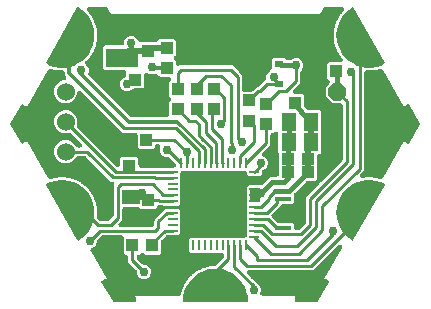
<source format=gbr>
G04 EAGLE Gerber RS-274X export*
G75*
%MOMM*%
%FSLAX34Y34*%
%LPD*%
%INBottom Copper*%
%IPPOS*%
%AMOC8*
5,1,8,0,0,1.08239X$1,22.5*%
G01*
%ADD10R,1.100000X1.000000*%
%ADD11R,1.300000X1.500000*%
%ADD12R,1.000000X1.100000*%
%ADD13R,1.399997X0.400000*%
%ADD14R,1.500000X1.300000*%
%ADD15C,1.000000*%
%ADD16R,0.812800X0.254000*%
%ADD17R,0.254000X0.812800*%
%ADD18R,5.511800X5.511800*%
%ADD19P,1.649562X8X202.500000*%
%ADD20C,1.524000*%
%ADD21R,0.800000X0.500000*%
%ADD22R,2.700000X1.600000*%
%ADD23C,0.508000*%
%ADD24C,0.304800*%
%ADD25C,0.254000*%
%ADD26C,0.756400*%
%ADD27C,0.406400*%

G36*
X419276Y251116D02*
X419276Y251116D01*
X419302Y251114D01*
X419476Y251136D01*
X419650Y251153D01*
X419675Y251161D01*
X419702Y251164D01*
X419868Y251220D01*
X420035Y251271D01*
X420058Y251284D01*
X420084Y251293D01*
X420235Y251380D01*
X420389Y251463D01*
X420409Y251480D01*
X420432Y251494D01*
X420685Y251708D01*
X425405Y256427D01*
X425421Y256448D01*
X425442Y256466D01*
X425549Y256603D01*
X425660Y256739D01*
X425672Y256762D01*
X425689Y256784D01*
X425767Y256941D01*
X425848Y257095D01*
X425856Y257120D01*
X425868Y257144D01*
X425913Y257314D01*
X425963Y257480D01*
X425965Y257507D01*
X425972Y257533D01*
X425999Y257864D01*
X425999Y279104D01*
X428678Y281783D01*
X436178Y289283D01*
X436184Y289290D01*
X436191Y289296D01*
X436311Y289445D01*
X436433Y289595D01*
X436437Y289603D01*
X436443Y289610D01*
X436532Y289780D01*
X436622Y289950D01*
X436624Y289959D01*
X436629Y289967D01*
X436682Y290152D01*
X436737Y290336D01*
X436738Y290345D01*
X436740Y290354D01*
X436756Y290545D01*
X436773Y290737D01*
X436772Y290746D01*
X436773Y290755D01*
X436751Y290943D01*
X436730Y291138D01*
X436727Y291146D01*
X436726Y291155D01*
X436667Y291337D01*
X436608Y291521D01*
X436604Y291529D01*
X436601Y291538D01*
X436597Y291544D01*
X436665Y291509D01*
X436674Y291506D01*
X436682Y291502D01*
X436868Y291450D01*
X437052Y291398D01*
X437061Y291397D01*
X437070Y291394D01*
X437263Y291380D01*
X437454Y291365D01*
X437462Y291366D01*
X437471Y291365D01*
X437664Y291389D01*
X437853Y291412D01*
X437862Y291414D01*
X437871Y291415D01*
X438054Y291477D01*
X438236Y291536D01*
X438244Y291541D01*
X438252Y291544D01*
X438419Y291640D01*
X438587Y291734D01*
X438594Y291740D01*
X438601Y291745D01*
X438854Y291959D01*
X456223Y309328D01*
X456240Y309349D01*
X456261Y309367D01*
X456368Y309504D01*
X456478Y309640D01*
X456491Y309663D01*
X456507Y309685D01*
X456585Y309842D01*
X456667Y309996D01*
X456675Y310021D01*
X456687Y310045D01*
X456732Y310215D01*
X456782Y310381D01*
X456784Y310408D01*
X456791Y310434D01*
X456818Y310765D01*
X456818Y356362D01*
X456816Y356380D01*
X456818Y356398D01*
X456797Y356580D01*
X456778Y356763D01*
X456773Y356780D01*
X456771Y356797D01*
X456714Y356972D01*
X456660Y357148D01*
X456652Y357163D01*
X456646Y357180D01*
X456556Y357340D01*
X456468Y357502D01*
X456457Y357515D01*
X456448Y357531D01*
X456328Y357670D01*
X456211Y357811D01*
X456197Y357822D01*
X456185Y357836D01*
X456040Y357948D01*
X455897Y358063D01*
X455881Y358071D01*
X455867Y358082D01*
X455702Y358164D01*
X455540Y358249D01*
X455523Y358254D01*
X455507Y358262D01*
X455328Y358309D01*
X455153Y358360D01*
X455135Y358362D01*
X455118Y358366D01*
X454787Y358393D01*
X448334Y358393D01*
X442531Y364197D01*
X442531Y372403D01*
X445348Y375221D01*
X445359Y375234D01*
X445373Y375246D01*
X445487Y375390D01*
X445603Y375532D01*
X445611Y375548D01*
X445622Y375562D01*
X445706Y375726D01*
X445792Y375888D01*
X445797Y375905D01*
X445805Y375921D01*
X445854Y376098D01*
X445906Y376274D01*
X445908Y376291D01*
X445913Y376309D01*
X445926Y376492D01*
X445943Y376675D01*
X445941Y376692D01*
X445942Y376710D01*
X445919Y376892D01*
X445899Y377075D01*
X445894Y377092D01*
X445892Y377110D01*
X445833Y377283D01*
X445778Y377459D01*
X445769Y377474D01*
X445764Y377491D01*
X445672Y377650D01*
X445583Y377811D01*
X445571Y377825D01*
X445563Y377840D01*
X445348Y378093D01*
X443626Y379815D01*
X443626Y391710D01*
X444965Y393049D01*
X455001Y393049D01*
X455048Y393054D01*
X455095Y393051D01*
X455248Y393074D01*
X455402Y393089D01*
X455447Y393103D01*
X455493Y393110D01*
X455639Y393162D01*
X455787Y393207D01*
X455828Y393230D01*
X455872Y393245D01*
X456005Y393325D01*
X456141Y393399D01*
X456177Y393429D01*
X456217Y393453D01*
X456332Y393558D01*
X456450Y393657D01*
X456480Y393693D01*
X456514Y393725D01*
X456606Y393850D01*
X456703Y393971D01*
X456724Y394012D01*
X456752Y394050D01*
X456817Y394190D01*
X456888Y394328D01*
X456901Y394373D01*
X456921Y394415D01*
X456957Y394566D01*
X457000Y394715D01*
X457003Y394761D01*
X457014Y394807D01*
X457020Y394962D01*
X457032Y395116D01*
X457027Y395162D01*
X457029Y395209D01*
X457004Y395362D01*
X456986Y395516D01*
X456971Y395560D01*
X456963Y395606D01*
X456909Y395751D01*
X456861Y395899D01*
X456838Y395939D01*
X456821Y395983D01*
X456739Y396114D01*
X456663Y396249D01*
X456632Y396285D01*
X456607Y396324D01*
X456438Y396509D01*
X456432Y396517D01*
X456419Y396577D01*
X456369Y396692D01*
X456328Y396811D01*
X456289Y396876D01*
X456258Y396947D01*
X456167Y397082D01*
X456123Y397157D01*
X456099Y397184D01*
X456073Y397222D01*
X455533Y397900D01*
X455480Y397955D01*
X455433Y398016D01*
X455339Y398099D01*
X455252Y398188D01*
X455189Y398232D01*
X455132Y398282D01*
X455023Y398345D01*
X454931Y398408D01*
X454491Y399171D01*
X454452Y399225D01*
X454320Y399422D01*
X453767Y400116D01*
X453764Y400168D01*
X453731Y400289D01*
X453708Y400412D01*
X453680Y400483D01*
X453660Y400557D01*
X453590Y400705D01*
X453558Y400786D01*
X453538Y400816D01*
X453518Y400857D01*
X453085Y401608D01*
X453040Y401670D01*
X453004Y401737D01*
X452923Y401834D01*
X452850Y401935D01*
X452794Y401987D01*
X452745Y402046D01*
X452647Y402124D01*
X452566Y402200D01*
X452244Y403021D01*
X452213Y403080D01*
X452112Y403294D01*
X451669Y404063D01*
X451673Y404115D01*
X451660Y404239D01*
X451655Y404364D01*
X451637Y404439D01*
X451629Y404515D01*
X451582Y404671D01*
X451562Y404756D01*
X451547Y404789D01*
X451533Y404833D01*
X451217Y405640D01*
X451203Y405667D01*
X451196Y405689D01*
X451177Y405723D01*
X451156Y405780D01*
X451091Y405887D01*
X451034Y405998D01*
X450986Y406058D01*
X450946Y406123D01*
X450861Y406215D01*
X450792Y406303D01*
X450596Y407162D01*
X450574Y407226D01*
X450506Y407452D01*
X450182Y408278D01*
X450195Y408329D01*
X450200Y408454D01*
X450214Y408578D01*
X450207Y408655D01*
X450210Y408731D01*
X450187Y408893D01*
X450180Y408980D01*
X450170Y409014D01*
X450163Y409060D01*
X449971Y409905D01*
X449946Y409977D01*
X449931Y410052D01*
X449882Y410168D01*
X449843Y410286D01*
X449805Y410353D01*
X449775Y410423D01*
X449704Y410527D01*
X449649Y410624D01*
X449583Y411502D01*
X449572Y411569D01*
X449538Y411803D01*
X449341Y412668D01*
X449361Y412716D01*
X449384Y412839D01*
X449417Y412960D01*
X449422Y413036D01*
X449436Y413111D01*
X449437Y413275D01*
X449443Y413362D01*
X449438Y413397D01*
X449438Y413443D01*
X449374Y414308D01*
X449361Y414383D01*
X449357Y414460D01*
X449326Y414581D01*
X449304Y414704D01*
X449276Y414776D01*
X449258Y414850D01*
X449204Y414963D01*
X449163Y415067D01*
X449229Y415945D01*
X449227Y416013D01*
X449229Y416249D01*
X449163Y417134D01*
X449190Y417179D01*
X449231Y417297D01*
X449282Y417412D01*
X449298Y417486D01*
X449323Y417558D01*
X449349Y417720D01*
X449367Y417805D01*
X449368Y417841D01*
X449375Y417886D01*
X449440Y418751D01*
X449438Y418827D01*
X449446Y418903D01*
X449434Y419028D01*
X449430Y419153D01*
X449414Y419228D01*
X449406Y419304D01*
X449369Y419424D01*
X449345Y419532D01*
X449541Y420391D01*
X449549Y420458D01*
X449586Y420692D01*
X449653Y421576D01*
X449686Y421617D01*
X449745Y421727D01*
X449811Y421833D01*
X449839Y421905D01*
X449875Y421973D01*
X449924Y422128D01*
X449955Y422210D01*
X449961Y422245D01*
X449975Y422289D01*
X450168Y423134D01*
X450177Y423210D01*
X450196Y423284D01*
X450203Y423409D01*
X450218Y423533D01*
X450213Y423610D01*
X450216Y423686D01*
X450198Y423810D01*
X450190Y423921D01*
X450512Y424742D01*
X450530Y424806D01*
X450602Y425032D01*
X450799Y425897D01*
X450838Y425932D01*
X450913Y426032D01*
X450994Y426127D01*
X451032Y426194D01*
X451078Y426255D01*
X451149Y426402D01*
X451192Y426478D01*
X451203Y426512D01*
X451224Y426553D01*
X451541Y427360D01*
X451561Y427434D01*
X451591Y427504D01*
X451616Y427627D01*
X451650Y427747D01*
X451656Y427824D01*
X451671Y427899D01*
X451671Y428024D01*
X451680Y428135D01*
X452120Y428898D01*
X452148Y428959D01*
X452252Y429172D01*
X452577Y429998D01*
X452620Y430026D01*
X452709Y430115D01*
X452804Y430196D01*
X452851Y430257D01*
X452905Y430311D01*
X452998Y430445D01*
X453052Y430514D01*
X453068Y430546D01*
X453094Y430584D01*
X453528Y431334D01*
X453559Y431404D01*
X453599Y431469D01*
X453642Y431587D01*
X453694Y431701D01*
X453711Y431775D01*
X453737Y431847D01*
X453756Y431971D01*
X453781Y432080D01*
X454331Y432769D01*
X454367Y432825D01*
X454502Y433020D01*
X454946Y433788D01*
X454993Y433810D01*
X455094Y433884D01*
X455200Y433951D01*
X455256Y434003D01*
X455317Y434049D01*
X455429Y434167D01*
X455493Y434227D01*
X455513Y434257D01*
X455545Y434290D01*
X456085Y434968D01*
X456127Y435032D01*
X456176Y435091D01*
X456236Y435200D01*
X456304Y435306D01*
X456332Y435377D01*
X456369Y435444D01*
X456406Y435564D01*
X456447Y435668D01*
X457093Y436267D01*
X457137Y436317D01*
X457300Y436489D01*
X457614Y436883D01*
X457667Y436965D01*
X457727Y437040D01*
X457776Y437133D01*
X457833Y437221D01*
X457868Y437312D01*
X457913Y437397D01*
X457942Y437498D01*
X457980Y437596D01*
X457997Y437691D01*
X458024Y437784D01*
X458033Y437889D01*
X458051Y437992D01*
X458049Y438089D01*
X458057Y438186D01*
X458045Y438290D01*
X458043Y438395D01*
X458022Y438489D01*
X458010Y438585D01*
X457978Y438685D01*
X457955Y438787D01*
X457915Y438876D01*
X457885Y438968D01*
X457834Y439060D01*
X457791Y439155D01*
X457735Y439234D01*
X457687Y439319D01*
X457619Y439398D01*
X457558Y439484D01*
X457488Y439550D01*
X457424Y439624D01*
X457342Y439688D01*
X457265Y439760D01*
X457183Y439811D01*
X457106Y439870D01*
X457012Y439917D01*
X456923Y439972D01*
X456832Y440006D01*
X456746Y440050D01*
X456644Y440077D01*
X456546Y440114D01*
X456450Y440129D01*
X456357Y440154D01*
X456229Y440165D01*
X456149Y440178D01*
X456096Y440176D01*
X456026Y440181D01*
X442360Y440181D01*
X442342Y440179D01*
X442324Y440181D01*
X442142Y440160D01*
X441959Y440141D01*
X441942Y440136D01*
X441925Y440134D01*
X441750Y440077D01*
X441574Y440023D01*
X441559Y440015D01*
X441542Y440009D01*
X441382Y439919D01*
X441220Y439831D01*
X441207Y439820D01*
X441191Y439811D01*
X441052Y439691D01*
X440911Y439574D01*
X440900Y439560D01*
X440886Y439548D01*
X440774Y439403D01*
X440659Y439260D01*
X440651Y439244D01*
X440640Y439230D01*
X440558Y439065D01*
X440473Y438903D01*
X440468Y438886D01*
X440460Y438870D01*
X440413Y438691D01*
X440362Y438516D01*
X440360Y438498D01*
X440356Y438481D01*
X440329Y438150D01*
X440329Y437970D01*
X439634Y436292D01*
X438350Y435008D01*
X436672Y434313D01*
X261628Y434313D01*
X259950Y435008D01*
X258666Y436292D01*
X257971Y437970D01*
X257971Y438150D01*
X257969Y438168D01*
X257971Y438186D01*
X257950Y438368D01*
X257931Y438551D01*
X257926Y438568D01*
X257924Y438585D01*
X257867Y438760D01*
X257813Y438936D01*
X257805Y438951D01*
X257799Y438968D01*
X257709Y439128D01*
X257621Y439290D01*
X257610Y439303D01*
X257601Y439319D01*
X257481Y439458D01*
X257364Y439599D01*
X257350Y439610D01*
X257338Y439624D01*
X257193Y439736D01*
X257050Y439851D01*
X257034Y439859D01*
X257020Y439870D01*
X256855Y439952D01*
X256693Y440037D01*
X256676Y440042D01*
X256660Y440050D01*
X256481Y440097D01*
X256306Y440148D01*
X256288Y440150D01*
X256271Y440154D01*
X255940Y440181D01*
X242274Y440181D01*
X242177Y440172D01*
X242080Y440172D01*
X241977Y440152D01*
X241873Y440141D01*
X241781Y440113D01*
X241685Y440094D01*
X241589Y440054D01*
X241488Y440023D01*
X241403Y439977D01*
X241313Y439940D01*
X241226Y439881D01*
X241134Y439831D01*
X241060Y439769D01*
X240979Y439715D01*
X240905Y439641D01*
X240825Y439574D01*
X240764Y439498D01*
X240696Y439429D01*
X240638Y439342D01*
X240573Y439260D01*
X240528Y439174D01*
X240475Y439093D01*
X240435Y438995D01*
X240387Y438903D01*
X240360Y438809D01*
X240324Y438719D01*
X240305Y438617D01*
X240276Y438516D01*
X240268Y438419D01*
X240250Y438324D01*
X240251Y438219D01*
X240243Y438114D01*
X240254Y438018D01*
X240256Y437921D01*
X240278Y437819D01*
X240290Y437715D01*
X240320Y437622D01*
X240340Y437528D01*
X240382Y437431D01*
X240415Y437332D01*
X240462Y437247D01*
X240501Y437158D01*
X240573Y437052D01*
X240613Y436981D01*
X240647Y436942D01*
X240686Y436883D01*
X241000Y436489D01*
X241048Y436441D01*
X241207Y436267D01*
X241858Y435663D01*
X241869Y435612D01*
X241919Y435497D01*
X241960Y435379D01*
X241999Y435313D01*
X242030Y435243D01*
X242121Y435108D01*
X242165Y435033D01*
X242189Y435006D01*
X242215Y434968D01*
X242755Y434290D01*
X242809Y434235D01*
X242855Y434174D01*
X242949Y434091D01*
X243036Y434002D01*
X243099Y433959D01*
X243157Y433908D01*
X243266Y433845D01*
X243357Y433782D01*
X243798Y433020D01*
X243837Y432965D01*
X243969Y432769D01*
X244523Y432075D01*
X244526Y432023D01*
X244558Y431902D01*
X244582Y431779D01*
X244610Y431708D01*
X244630Y431634D01*
X244700Y431486D01*
X244733Y431406D01*
X244752Y431376D01*
X244772Y431334D01*
X245206Y430584D01*
X245250Y430521D01*
X245287Y430454D01*
X245368Y430358D01*
X245441Y430257D01*
X245497Y430205D01*
X245546Y430146D01*
X245644Y430068D01*
X245725Y429992D01*
X246048Y429172D01*
X246078Y429112D01*
X246180Y428898D01*
X246623Y428130D01*
X246619Y428078D01*
X246633Y427954D01*
X246637Y427828D01*
X246655Y427754D01*
X246664Y427678D01*
X246711Y427522D01*
X246731Y427437D01*
X246746Y427404D01*
X246759Y427360D01*
X247076Y426553D01*
X247111Y426485D01*
X247137Y426413D01*
X247203Y426306D01*
X247260Y426195D01*
X247308Y426135D01*
X247348Y426070D01*
X247433Y425978D01*
X247502Y425891D01*
X247698Y425032D01*
X247720Y424968D01*
X247788Y424742D01*
X248112Y423916D01*
X248100Y423865D01*
X248095Y423740D01*
X248081Y423615D01*
X248088Y423539D01*
X248085Y423462D01*
X248108Y423301D01*
X248116Y423214D01*
X248126Y423180D01*
X248132Y423134D01*
X248325Y422289D01*
X248350Y422216D01*
X248365Y422141D01*
X248414Y422026D01*
X248454Y421907D01*
X248492Y421841D01*
X248521Y421770D01*
X248592Y421667D01*
X248648Y421570D01*
X248714Y420692D01*
X248725Y420625D01*
X248759Y420391D01*
X248957Y419526D01*
X248937Y419478D01*
X248914Y419355D01*
X248881Y419234D01*
X248876Y419158D01*
X248862Y419082D01*
X248861Y418919D01*
X248855Y418832D01*
X248860Y418797D01*
X248860Y418751D01*
X248925Y417886D01*
X248938Y417811D01*
X248942Y417734D01*
X248973Y417613D01*
X248995Y417490D01*
X249023Y417418D01*
X249042Y417344D01*
X249096Y417231D01*
X249136Y417128D01*
X249071Y416249D01*
X249073Y416182D01*
X249071Y415945D01*
X249138Y415060D01*
X249111Y415016D01*
X249069Y414897D01*
X249019Y414783D01*
X249003Y414708D01*
X248978Y414636D01*
X248952Y414475D01*
X248934Y414389D01*
X248933Y414353D01*
X248926Y414308D01*
X248862Y413443D01*
X248863Y413367D01*
X248856Y413291D01*
X248868Y413166D01*
X248872Y413041D01*
X248888Y412966D01*
X248896Y412890D01*
X248933Y412770D01*
X248958Y412662D01*
X248762Y411803D01*
X248754Y411736D01*
X248717Y411502D01*
X248651Y410617D01*
X248618Y410577D01*
X248559Y410466D01*
X248492Y410360D01*
X248465Y410289D01*
X248429Y410221D01*
X248380Y410065D01*
X248349Y409984D01*
X248343Y409949D01*
X248329Y409905D01*
X248137Y409060D01*
X248127Y408984D01*
X248108Y408909D01*
X248102Y408784D01*
X248087Y408660D01*
X248092Y408584D01*
X248088Y408507D01*
X248107Y408383D01*
X248115Y408272D01*
X247794Y407452D01*
X247775Y407387D01*
X247704Y407162D01*
X247507Y406297D01*
X247468Y406261D01*
X247394Y406161D01*
X247312Y406066D01*
X247274Y405999D01*
X247229Y405938D01*
X247157Y405791D01*
X247114Y405715D01*
X247103Y405681D01*
X247083Y405640D01*
X246767Y404833D01*
X246746Y404759D01*
X246716Y404688D01*
X246691Y404566D01*
X246657Y404445D01*
X246652Y404369D01*
X246637Y404294D01*
X246636Y404168D01*
X246628Y404057D01*
X246188Y403294D01*
X246160Y403233D01*
X246056Y403021D01*
X245732Y402194D01*
X245689Y402166D01*
X245600Y402077D01*
X245505Y401995D01*
X245458Y401935D01*
X245404Y401881D01*
X245311Y401747D01*
X245257Y401678D01*
X245241Y401646D01*
X245215Y401608D01*
X244782Y400857D01*
X244750Y400788D01*
X244711Y400722D01*
X244668Y400604D01*
X244616Y400490D01*
X244599Y400416D01*
X244573Y400344D01*
X244554Y400220D01*
X244529Y400111D01*
X243980Y399422D01*
X243944Y399366D01*
X243809Y399171D01*
X243366Y398403D01*
X243318Y398381D01*
X243217Y398306D01*
X243111Y398240D01*
X243056Y398187D01*
X242994Y398142D01*
X242882Y398023D01*
X242819Y397963D01*
X242798Y397933D01*
X242767Y397900D01*
X242227Y397222D01*
X242185Y397158D01*
X242136Y397099D01*
X242076Y396989D01*
X242008Y396884D01*
X241980Y396813D01*
X241944Y396745D01*
X241907Y396626D01*
X241866Y396522D01*
X241220Y395922D01*
X241175Y395872D01*
X241014Y395700D01*
X240461Y395006D01*
X240411Y394991D01*
X240300Y394933D01*
X240185Y394883D01*
X240122Y394839D01*
X240054Y394803D01*
X239926Y394702D01*
X239855Y394652D01*
X239830Y394626D01*
X239794Y394598D01*
X239428Y394258D01*
X239391Y394217D01*
X239349Y394181D01*
X239258Y394066D01*
X239161Y393957D01*
X239133Y393908D01*
X239099Y393865D01*
X239033Y393735D01*
X238960Y393608D01*
X238942Y393555D01*
X238917Y393506D01*
X238877Y393365D01*
X238831Y393227D01*
X238824Y393172D01*
X238809Y393118D01*
X238798Y392972D01*
X238779Y392827D01*
X238783Y392772D01*
X238779Y392717D01*
X238798Y392571D01*
X238808Y392426D01*
X238823Y392372D01*
X238830Y392317D01*
X238876Y392178D01*
X238915Y392038D01*
X238940Y391988D01*
X238958Y391935D01*
X239031Y391809D01*
X239097Y391678D01*
X239131Y391635D01*
X239159Y391587D01*
X239298Y391423D01*
X239346Y391362D01*
X239359Y391350D01*
X239374Y391334D01*
X240783Y389924D01*
X241707Y387694D01*
X241707Y385279D01*
X241334Y384378D01*
X241327Y384357D01*
X241317Y384337D01*
X241269Y384164D01*
X241217Y383993D01*
X241215Y383971D01*
X241209Y383949D01*
X241196Y383769D01*
X241179Y383592D01*
X241181Y383570D01*
X241180Y383547D01*
X241202Y383369D01*
X241221Y383192D01*
X241227Y383170D01*
X241230Y383148D01*
X241287Y382978D01*
X241341Y382807D01*
X241351Y382788D01*
X241358Y382766D01*
X241448Y382610D01*
X241534Y382454D01*
X241548Y382437D01*
X241559Y382417D01*
X241774Y382164D01*
X276569Y347369D01*
X276590Y347352D01*
X276608Y347332D01*
X276746Y347225D01*
X276881Y347114D01*
X276905Y347102D01*
X276926Y347085D01*
X277083Y347007D01*
X277237Y346925D01*
X277262Y346918D01*
X277286Y346906D01*
X277456Y346860D01*
X277623Y346811D01*
X277649Y346808D01*
X277675Y346801D01*
X278006Y346774D01*
X307682Y346774D01*
X307700Y346776D01*
X307718Y346775D01*
X307900Y346796D01*
X308083Y346814D01*
X308100Y346819D01*
X308117Y346821D01*
X308292Y346878D01*
X308468Y346932D01*
X308483Y346941D01*
X308500Y346946D01*
X308660Y347037D01*
X308822Y347124D01*
X308835Y347135D01*
X308851Y347144D01*
X308990Y347264D01*
X309131Y347382D01*
X309142Y347396D01*
X309156Y347407D01*
X309268Y347552D01*
X309383Y347696D01*
X309391Y347711D01*
X309402Y347725D01*
X309484Y347890D01*
X309569Y348053D01*
X309574Y348070D01*
X309582Y348086D01*
X309629Y348264D01*
X309680Y348440D01*
X309682Y348458D01*
X309686Y348475D01*
X309713Y348805D01*
X309713Y359397D01*
X310830Y360514D01*
X310841Y360528D01*
X310855Y360539D01*
X310969Y360683D01*
X311085Y360825D01*
X311093Y360841D01*
X311104Y360855D01*
X311188Y361019D01*
X311273Y361181D01*
X311279Y361198D01*
X311287Y361214D01*
X311336Y361391D01*
X311388Y361567D01*
X311390Y361585D01*
X311395Y361602D01*
X311408Y361785D01*
X311425Y361968D01*
X311423Y361986D01*
X311424Y362003D01*
X311401Y362185D01*
X311381Y362368D01*
X311376Y362385D01*
X311374Y362403D01*
X311315Y362577D01*
X311260Y362752D01*
X311251Y362768D01*
X311245Y362784D01*
X311154Y362943D01*
X311065Y363104D01*
X311053Y363118D01*
X311044Y363133D01*
X310830Y363386D01*
X309713Y364503D01*
X309713Y376397D01*
X310937Y377621D01*
X310942Y377628D01*
X310949Y377633D01*
X311070Y377783D01*
X311192Y377932D01*
X311196Y377940D01*
X311202Y377947D01*
X311290Y378117D01*
X311380Y378288D01*
X311383Y378297D01*
X311387Y378304D01*
X311440Y378489D01*
X311495Y378674D01*
X311496Y378683D01*
X311499Y378691D01*
X311514Y378882D01*
X311532Y379075D01*
X311531Y379084D01*
X311531Y379093D01*
X311509Y379282D01*
X311488Y379475D01*
X311486Y379484D01*
X311485Y379492D01*
X311425Y379674D01*
X311367Y379859D01*
X311362Y379867D01*
X311360Y379875D01*
X311265Y380042D01*
X311172Y380211D01*
X311166Y380218D01*
X311162Y380226D01*
X311037Y380371D01*
X310911Y380518D01*
X310904Y380524D01*
X310899Y380531D01*
X310748Y380647D01*
X310596Y380768D01*
X310587Y380772D01*
X310581Y380777D01*
X310409Y380863D01*
X310237Y380950D01*
X310228Y380953D01*
X310220Y380957D01*
X310034Y381007D01*
X309849Y381058D01*
X309840Y381059D01*
X309831Y381061D01*
X309500Y381088D01*
X301528Y381088D01*
X299697Y382919D01*
X299680Y382933D01*
X299666Y382950D01*
X299524Y383060D01*
X299386Y383174D01*
X299366Y383184D01*
X299349Y383198D01*
X299188Y383279D01*
X299030Y383362D01*
X299009Y383369D01*
X298989Y383379D01*
X298816Y383426D01*
X298644Y383477D01*
X298622Y383479D01*
X298601Y383485D01*
X298423Y383497D01*
X298243Y383514D01*
X298221Y383511D01*
X298199Y383513D01*
X298022Y383490D01*
X297843Y383470D01*
X297822Y383463D01*
X297800Y383461D01*
X297484Y383359D01*
X296451Y382931D01*
X294037Y382931D01*
X291583Y383948D01*
X291570Y383952D01*
X291558Y383958D01*
X291377Y384010D01*
X291197Y384064D01*
X291184Y384065D01*
X291171Y384069D01*
X290982Y384085D01*
X290797Y384102D01*
X290783Y384101D01*
X290770Y384102D01*
X290584Y384080D01*
X290396Y384061D01*
X290383Y384057D01*
X290370Y384055D01*
X290192Y383997D01*
X290012Y383941D01*
X290000Y383934D01*
X289987Y383930D01*
X289824Y383838D01*
X289659Y383748D01*
X289648Y383739D01*
X289637Y383732D01*
X289494Y383610D01*
X289350Y383488D01*
X289342Y383478D01*
X289332Y383469D01*
X289217Y383321D01*
X289099Y383174D01*
X289093Y383162D01*
X289085Y383151D01*
X289002Y382983D01*
X288916Y382816D01*
X288912Y382803D01*
X288906Y382791D01*
X288857Y382608D01*
X288806Y382428D01*
X288805Y382415D01*
X288801Y382402D01*
X288774Y382071D01*
X288774Y372440D01*
X287435Y371101D01*
X280512Y371101D01*
X280486Y371098D01*
X280459Y371100D01*
X280285Y371078D01*
X280111Y371061D01*
X280086Y371053D01*
X280059Y371050D01*
X279893Y370994D01*
X279727Y370943D01*
X279703Y370930D01*
X279678Y370921D01*
X279526Y370834D01*
X279373Y370751D01*
X279352Y370734D01*
X279329Y370720D01*
X279076Y370506D01*
X278075Y369505D01*
X275845Y368581D01*
X273430Y368581D01*
X271200Y369505D01*
X269493Y371212D01*
X268569Y373443D01*
X268569Y375857D01*
X269493Y378088D01*
X271200Y379795D01*
X271947Y380104D01*
X271966Y380115D01*
X271988Y380122D01*
X272144Y380210D01*
X272302Y380294D01*
X272319Y380309D01*
X272338Y380320D01*
X272474Y380436D01*
X272612Y380551D01*
X272626Y380568D01*
X272643Y380583D01*
X272753Y380724D01*
X272866Y380863D01*
X272876Y380883D01*
X272890Y380901D01*
X272970Y381061D01*
X273053Y381220D01*
X273059Y381241D01*
X273069Y381261D01*
X273116Y381435D01*
X273166Y381606D01*
X273168Y381629D01*
X273174Y381650D01*
X273201Y381981D01*
X273201Y384845D01*
X273199Y384862D01*
X273200Y384880D01*
X273179Y385062D01*
X273161Y385245D01*
X273156Y385262D01*
X273154Y385280D01*
X273097Y385454D01*
X273043Y385630D01*
X273034Y385646D01*
X273029Y385663D01*
X272938Y385823D01*
X272851Y385984D01*
X272840Y385998D01*
X272831Y386013D01*
X272711Y386153D01*
X272593Y386293D01*
X272579Y386305D01*
X272568Y386318D01*
X272423Y386431D01*
X272279Y386546D01*
X272264Y386554D01*
X272250Y386565D01*
X272085Y386647D01*
X271922Y386731D01*
X271905Y386736D01*
X271889Y386744D01*
X271711Y386792D01*
X271535Y386843D01*
X271517Y386844D01*
X271500Y386849D01*
X271170Y386876D01*
X255428Y386876D01*
X254088Y388215D01*
X254088Y406110D01*
X255428Y407449D01*
X269713Y407449D01*
X269730Y407451D01*
X269748Y407450D01*
X269930Y407471D01*
X270113Y407489D01*
X270130Y407494D01*
X270148Y407496D01*
X270322Y407553D01*
X270498Y407607D01*
X270514Y407616D01*
X270531Y407621D01*
X270691Y407712D01*
X270852Y407799D01*
X270866Y407810D01*
X270881Y407819D01*
X271021Y407939D01*
X271161Y408057D01*
X271173Y408071D01*
X271186Y408082D01*
X271299Y408227D01*
X271414Y408371D01*
X271422Y408386D01*
X271433Y408400D01*
X271515Y408565D01*
X271599Y408728D01*
X271604Y408745D01*
X271612Y408761D01*
X271660Y408939D01*
X271711Y409115D01*
X271712Y409133D01*
X271717Y409150D01*
X271744Y409480D01*
X271744Y410782D01*
X272668Y413013D01*
X274375Y414720D01*
X276605Y415644D01*
X279020Y415644D01*
X281250Y414720D01*
X282957Y413013D01*
X283500Y411703D01*
X283510Y411684D01*
X283517Y411662D01*
X283606Y411506D01*
X283690Y411348D01*
X283704Y411331D01*
X283715Y411312D01*
X283832Y411176D01*
X283946Y411038D01*
X283964Y411024D01*
X283978Y411007D01*
X284120Y410897D01*
X284259Y410784D01*
X284279Y410774D01*
X284296Y410760D01*
X284457Y410681D01*
X284615Y410597D01*
X284637Y410591D01*
X284657Y410581D01*
X284830Y410534D01*
X285002Y410484D01*
X285024Y410482D01*
X285046Y410476D01*
X285376Y410449D01*
X298474Y410449D01*
X298500Y410452D01*
X298527Y410450D01*
X298701Y410472D01*
X298875Y410489D01*
X298900Y410497D01*
X298927Y410500D01*
X299092Y410556D01*
X299259Y410607D01*
X299283Y410620D01*
X299308Y410629D01*
X299460Y410716D01*
X299613Y410799D01*
X299634Y410816D01*
X299657Y410829D01*
X299910Y411044D01*
X301528Y412662D01*
X314422Y412662D01*
X315762Y411322D01*
X315762Y399428D01*
X314645Y398311D01*
X314634Y398297D01*
X314620Y398286D01*
X314506Y398142D01*
X314390Y398000D01*
X314382Y397984D01*
X314371Y397970D01*
X314287Y397806D01*
X314202Y397644D01*
X314196Y397627D01*
X314188Y397611D01*
X314139Y397434D01*
X314087Y397258D01*
X314085Y397240D01*
X314080Y397223D01*
X314067Y397040D01*
X314050Y396857D01*
X314052Y396839D01*
X314051Y396822D01*
X314074Y396640D01*
X314094Y396457D01*
X314099Y396440D01*
X314101Y396422D01*
X314160Y396248D01*
X314215Y396073D01*
X314224Y396057D01*
X314230Y396041D01*
X314321Y395882D01*
X314410Y395721D01*
X314422Y395707D01*
X314431Y395692D01*
X314645Y395439D01*
X315762Y394322D01*
X315762Y392371D01*
X315763Y392362D01*
X315762Y392353D01*
X315783Y392160D01*
X315802Y391970D01*
X315804Y391961D01*
X315805Y391952D01*
X315864Y391768D01*
X315920Y391585D01*
X315924Y391577D01*
X315927Y391569D01*
X316022Y391397D01*
X316112Y391231D01*
X316117Y391224D01*
X316122Y391216D01*
X316246Y391069D01*
X316369Y390922D01*
X316376Y390916D01*
X316382Y390909D01*
X316532Y390791D01*
X316683Y390669D01*
X316691Y390665D01*
X316698Y390660D01*
X316871Y390572D01*
X317040Y390484D01*
X317049Y390481D01*
X317057Y390477D01*
X317243Y390426D01*
X317427Y390373D01*
X317436Y390372D01*
X317445Y390369D01*
X317635Y390356D01*
X317829Y390340D01*
X317838Y390341D01*
X317846Y390340D01*
X318037Y390364D01*
X318228Y390387D01*
X318237Y390389D01*
X318246Y390390D01*
X318428Y390452D01*
X318611Y390511D01*
X318619Y390516D01*
X318628Y390519D01*
X318706Y390564D01*
X363766Y390564D01*
X369178Y385152D01*
X371857Y382473D01*
X371857Y370243D01*
X371859Y370225D01*
X371857Y370207D01*
X371878Y370025D01*
X371897Y369842D01*
X371902Y369825D01*
X371904Y369808D01*
X371961Y369633D01*
X372015Y369457D01*
X372023Y369442D01*
X372029Y369425D01*
X372119Y369265D01*
X372207Y369103D01*
X372218Y369090D01*
X372227Y369074D01*
X372347Y368935D01*
X372464Y368794D01*
X372478Y368783D01*
X372490Y368769D01*
X372635Y368657D01*
X372778Y368542D01*
X372794Y368534D01*
X372808Y368523D01*
X372973Y368441D01*
X373135Y368356D01*
X373152Y368351D01*
X373168Y368343D01*
X373347Y368296D01*
X373522Y368245D01*
X373540Y368243D01*
X373557Y368239D01*
X373888Y368212D01*
X379240Y368212D01*
X379267Y368214D01*
X379294Y368212D01*
X379468Y368234D01*
X379641Y368252D01*
X379666Y368259D01*
X379693Y368263D01*
X379859Y368318D01*
X380026Y368370D01*
X380049Y368383D01*
X380075Y368391D01*
X380226Y368478D01*
X380380Y368562D01*
X380400Y368579D01*
X380424Y368592D01*
X380677Y368807D01*
X384021Y372151D01*
X384271Y372151D01*
X384297Y372153D01*
X384324Y372151D01*
X384498Y372173D01*
X384671Y372191D01*
X384697Y372198D01*
X384724Y372202D01*
X384889Y372257D01*
X385056Y372309D01*
X385080Y372322D01*
X385105Y372330D01*
X385257Y372417D01*
X385410Y372501D01*
X385431Y372518D01*
X385454Y372531D01*
X385707Y372746D01*
X391581Y378620D01*
X391671Y378697D01*
X391811Y378814D01*
X391823Y378828D01*
X391836Y378840D01*
X391949Y378985D01*
X392064Y379128D01*
X392072Y379144D01*
X392083Y379158D01*
X392164Y379322D01*
X392249Y379485D01*
X392254Y379502D01*
X392262Y379518D01*
X392310Y379697D01*
X392361Y379872D01*
X392362Y379890D01*
X392367Y379907D01*
X392394Y380238D01*
X392394Y382207D01*
X393318Y384438D01*
X395025Y386145D01*
X395572Y386371D01*
X395591Y386382D01*
X395613Y386389D01*
X395769Y386477D01*
X395927Y386562D01*
X395944Y386576D01*
X395963Y386587D01*
X396099Y386704D01*
X396237Y386818D01*
X396251Y386835D01*
X396268Y386850D01*
X396378Y386991D01*
X396491Y387131D01*
X396501Y387150D01*
X396515Y387168D01*
X396595Y387329D01*
X396678Y387487D01*
X396684Y387508D01*
X396694Y387529D01*
X396741Y387702D01*
X396791Y387874D01*
X396793Y387896D01*
X396799Y387917D01*
X396826Y388248D01*
X396826Y395560D01*
X398165Y396899D01*
X408060Y396899D01*
X409520Y395439D01*
X409541Y395422D01*
X409558Y395401D01*
X409696Y395294D01*
X409832Y395184D01*
X409855Y395171D01*
X409877Y395155D01*
X410033Y395077D01*
X410187Y394995D01*
X410213Y394987D01*
X410237Y394975D01*
X410406Y394930D01*
X410573Y394880D01*
X410600Y394878D01*
X410626Y394871D01*
X410957Y394844D01*
X412407Y394844D01*
X412434Y394846D01*
X412461Y394844D01*
X412635Y394866D01*
X412808Y394884D01*
X412834Y394891D01*
X412860Y394895D01*
X413026Y394950D01*
X413193Y395002D01*
X413217Y395015D01*
X413242Y395023D01*
X413393Y395110D01*
X413547Y395194D01*
X413567Y395211D01*
X413591Y395224D01*
X413844Y395439D01*
X414075Y395670D01*
X416305Y396594D01*
X418720Y396594D01*
X420950Y395670D01*
X422657Y393963D01*
X423581Y391732D01*
X423581Y389318D01*
X422657Y387087D01*
X421664Y386094D01*
X421647Y386073D01*
X421627Y386056D01*
X421520Y385918D01*
X421409Y385783D01*
X421397Y385759D01*
X421380Y385738D01*
X421302Y385581D01*
X421220Y385427D01*
X421213Y385401D01*
X421201Y385377D01*
X421155Y385208D01*
X421106Y385041D01*
X421103Y385014D01*
X421096Y384989D01*
X421069Y384658D01*
X421069Y376048D01*
X418391Y373369D01*
X415051Y370029D01*
X415045Y370022D01*
X415038Y370017D01*
X414918Y369867D01*
X414796Y369718D01*
X414791Y369710D01*
X414786Y369703D01*
X414697Y369533D01*
X414607Y369362D01*
X414604Y369353D01*
X414600Y369346D01*
X414547Y369161D01*
X414492Y368976D01*
X414491Y368967D01*
X414489Y368959D01*
X414473Y368768D01*
X414456Y368575D01*
X414457Y368566D01*
X414456Y368557D01*
X414478Y368368D01*
X414499Y368175D01*
X414502Y368166D01*
X414503Y368158D01*
X414562Y367976D01*
X414621Y367791D01*
X414625Y367783D01*
X414628Y367775D01*
X414723Y367606D01*
X414816Y367439D01*
X414821Y367432D01*
X414826Y367424D01*
X414952Y367278D01*
X415076Y367132D01*
X415083Y367126D01*
X415089Y367119D01*
X415240Y367002D01*
X415392Y366882D01*
X415400Y366878D01*
X415407Y366873D01*
X415579Y366787D01*
X415751Y366700D01*
X415759Y366697D01*
X415768Y366693D01*
X415953Y366643D01*
X416139Y366592D01*
X416148Y366591D01*
X416156Y366589D01*
X416487Y366562D01*
X422897Y366562D01*
X424237Y365222D01*
X424237Y356906D01*
X424239Y356880D01*
X424237Y356853D01*
X424259Y356679D01*
X424277Y356506D01*
X424285Y356480D01*
X424288Y356454D01*
X424343Y356288D01*
X424395Y356121D01*
X424408Y356097D01*
X424416Y356072D01*
X424503Y355921D01*
X424587Y355767D01*
X424604Y355746D01*
X424617Y355723D01*
X424832Y355470D01*
X425667Y354635D01*
X425954Y353941D01*
X425965Y353921D01*
X425972Y353900D01*
X426060Y353744D01*
X426144Y353586D01*
X426159Y353569D01*
X426170Y353549D01*
X426287Y353414D01*
X426401Y353275D01*
X426418Y353261D01*
X426433Y353244D01*
X426574Y353135D01*
X426714Y353022D01*
X426733Y353011D01*
X426751Y352998D01*
X426911Y352918D01*
X427070Y352835D01*
X427091Y352828D01*
X427111Y352818D01*
X427285Y352772D01*
X427456Y352722D01*
X427479Y352720D01*
X427500Y352714D01*
X427831Y352687D01*
X437635Y352687D01*
X438974Y351347D01*
X438974Y316990D01*
X437635Y315651D01*
X437418Y315651D01*
X437400Y315649D01*
X437382Y315650D01*
X437200Y315629D01*
X437017Y315611D01*
X437000Y315606D01*
X436983Y315604D01*
X436808Y315547D01*
X436632Y315493D01*
X436617Y315484D01*
X436600Y315479D01*
X436440Y315388D01*
X436278Y315301D01*
X436265Y315290D01*
X436249Y315281D01*
X436110Y315161D01*
X435969Y315043D01*
X435958Y315029D01*
X435944Y315018D01*
X435832Y314873D01*
X435717Y314729D01*
X435709Y314714D01*
X435698Y314700D01*
X435616Y314535D01*
X435531Y314372D01*
X435526Y314355D01*
X435518Y314339D01*
X435471Y314161D01*
X435420Y313985D01*
X435418Y313967D01*
X435414Y313950D01*
X435387Y313620D01*
X435387Y293396D01*
X435388Y293387D01*
X435387Y293378D01*
X435408Y293184D01*
X435427Y292995D01*
X435429Y292987D01*
X435430Y292978D01*
X435489Y292792D01*
X435545Y292610D01*
X435549Y292602D01*
X435552Y292594D01*
X435566Y292568D01*
X435478Y292613D01*
X435469Y292615D01*
X435461Y292619D01*
X435275Y292669D01*
X435090Y292721D01*
X435081Y292721D01*
X435073Y292724D01*
X434742Y292751D01*
X427262Y292751D01*
X427236Y292748D01*
X427209Y292750D01*
X427035Y292728D01*
X426862Y292711D01*
X426836Y292703D01*
X426810Y292700D01*
X426644Y292644D01*
X426477Y292593D01*
X426453Y292580D01*
X426428Y292571D01*
X426276Y292484D01*
X426123Y292401D01*
X426102Y292384D01*
X426079Y292371D01*
X425826Y292156D01*
X416145Y282474D01*
X416133Y282460D01*
X416119Y282449D01*
X416006Y282305D01*
X415889Y282163D01*
X415881Y282147D01*
X415870Y282133D01*
X415786Y281968D01*
X415701Y281807D01*
X415696Y281790D01*
X415688Y281774D01*
X415638Y281596D01*
X415586Y281421D01*
X415584Y281403D01*
X415580Y281386D01*
X415566Y281204D01*
X415550Y281020D01*
X415552Y281002D01*
X415550Y280985D01*
X415573Y280804D01*
X415593Y280620D01*
X415599Y280603D01*
X415601Y280585D01*
X415659Y280412D01*
X415687Y280324D01*
X415687Y274165D01*
X414347Y272826D01*
X405956Y272826D01*
X405929Y272823D01*
X405902Y272825D01*
X405728Y272803D01*
X405555Y272786D01*
X405530Y272778D01*
X405503Y272775D01*
X405337Y272719D01*
X405170Y272668D01*
X405147Y272655D01*
X405121Y272646D01*
X404970Y272559D01*
X404816Y272476D01*
X404796Y272459D01*
X404772Y272445D01*
X404519Y272231D01*
X397121Y264832D01*
X397109Y264818D01*
X397096Y264807D01*
X396982Y264663D01*
X396866Y264521D01*
X396857Y264505D01*
X396846Y264491D01*
X396763Y264327D01*
X396677Y264165D01*
X396672Y264148D01*
X396664Y264132D01*
X396614Y263954D01*
X396562Y263779D01*
X396560Y263761D01*
X396556Y263744D01*
X396542Y263561D01*
X396526Y263378D01*
X396528Y263360D01*
X396526Y263342D01*
X396549Y263160D01*
X396569Y262978D01*
X396575Y262961D01*
X396577Y262943D01*
X396635Y262769D01*
X396691Y262594D01*
X396699Y262578D01*
X396705Y262561D01*
X396797Y262402D01*
X396885Y262242D01*
X396897Y262228D01*
X396906Y262212D01*
X397121Y261959D01*
X401086Y257994D01*
X401107Y257977D01*
X401124Y257957D01*
X401262Y257850D01*
X401397Y257739D01*
X401421Y257727D01*
X401442Y257710D01*
X401599Y257632D01*
X401753Y257551D01*
X401779Y257543D01*
X401803Y257531D01*
X401972Y257485D01*
X402139Y257436D01*
X402166Y257433D01*
X402191Y257426D01*
X402522Y257399D01*
X414347Y257399D01*
X415687Y256060D01*
X415687Y253145D01*
X415688Y253127D01*
X415687Y253109D01*
X415708Y252927D01*
X415727Y252744D01*
X415732Y252727D01*
X415734Y252709D01*
X415791Y252535D01*
X415845Y252359D01*
X415853Y252343D01*
X415859Y252326D01*
X415949Y252166D01*
X416036Y252005D01*
X416048Y251991D01*
X416057Y251976D01*
X416177Y251836D01*
X416294Y251696D01*
X416308Y251685D01*
X416320Y251671D01*
X416465Y251559D01*
X416608Y251443D01*
X416624Y251435D01*
X416638Y251424D01*
X416803Y251342D01*
X416965Y251258D01*
X416982Y251253D01*
X416998Y251245D01*
X417177Y251197D01*
X417352Y251146D01*
X417370Y251145D01*
X417387Y251140D01*
X417718Y251113D01*
X419249Y251113D01*
X419276Y251116D01*
G37*
G36*
X281578Y190594D02*
X281578Y190594D01*
X281606Y190591D01*
X281674Y190614D01*
X281745Y190628D01*
X281768Y190644D01*
X281795Y190653D01*
X281850Y190700D01*
X281909Y190740D01*
X281924Y190764D01*
X281946Y190783D01*
X281977Y190847D01*
X282016Y190908D01*
X282021Y190936D01*
X282033Y190961D01*
X282042Y191063D01*
X282049Y191104D01*
X282047Y191114D01*
X282048Y191127D01*
X281805Y194177D01*
X281796Y194210D01*
X281792Y194257D01*
X281450Y195652D01*
X318054Y195652D01*
X318205Y195667D01*
X318357Y195675D01*
X318405Y195687D01*
X318454Y195692D01*
X318600Y195737D01*
X318748Y195774D01*
X318792Y195796D01*
X318839Y195810D01*
X318973Y195883D01*
X319110Y195949D01*
X319156Y195982D01*
X319193Y196002D01*
X319259Y196057D01*
X319379Y196144D01*
X319432Y196190D01*
X319484Y196244D01*
X319497Y196255D01*
X319544Y196294D01*
X319624Y196391D01*
X319710Y196481D01*
X319751Y196546D01*
X319799Y196605D01*
X319858Y196716D01*
X319924Y196822D01*
X319952Y196893D01*
X319987Y196961D01*
X320037Y197117D01*
X320068Y197198D01*
X320074Y197234D01*
X320087Y197277D01*
X320280Y198120D01*
X320289Y198196D01*
X320308Y198270D01*
X320314Y198396D01*
X320330Y198520D01*
X320325Y198596D01*
X320328Y198672D01*
X320310Y198796D01*
X320302Y198908D01*
X320624Y199728D01*
X320642Y199793D01*
X320713Y200018D01*
X320910Y200883D01*
X320949Y200918D01*
X321024Y201019D01*
X321106Y201114D01*
X321143Y201180D01*
X321189Y201242D01*
X321260Y201388D01*
X321303Y201464D01*
X321314Y201498D01*
X321335Y201540D01*
X321651Y202345D01*
X321671Y202418D01*
X321701Y202489D01*
X321726Y202611D01*
X321760Y202732D01*
X321766Y202809D01*
X321781Y202883D01*
X321781Y203009D01*
X321789Y203120D01*
X322230Y203883D01*
X322258Y203944D01*
X322362Y204157D01*
X322686Y204983D01*
X322729Y205011D01*
X322818Y205100D01*
X322913Y205182D01*
X322960Y205242D01*
X323014Y205296D01*
X323107Y205430D01*
X323161Y205499D01*
X323177Y205531D01*
X323203Y205569D01*
X323635Y206318D01*
X323667Y206387D01*
X323707Y206453D01*
X323750Y206570D01*
X323801Y206684D01*
X323818Y206759D01*
X323845Y206831D01*
X323863Y206955D01*
X323888Y207063D01*
X324438Y207752D01*
X324474Y207809D01*
X324609Y208003D01*
X325052Y208772D01*
X325100Y208794D01*
X325201Y208868D01*
X325307Y208935D01*
X325362Y208987D01*
X325424Y209033D01*
X325536Y209152D01*
X325599Y209211D01*
X325620Y209241D01*
X325651Y209274D01*
X326190Y209950D01*
X326232Y210014D01*
X326281Y210073D01*
X326341Y210183D01*
X326409Y210288D01*
X326437Y210359D01*
X326474Y210427D01*
X326511Y210546D01*
X326552Y210650D01*
X327197Y211249D01*
X327242Y211300D01*
X327404Y211472D01*
X327957Y212166D01*
X328007Y212180D01*
X328118Y212239D01*
X328233Y212289D01*
X328296Y212333D01*
X328363Y212368D01*
X328492Y212469D01*
X328563Y212519D01*
X328588Y212545D01*
X328624Y212573D01*
X329258Y213161D01*
X329309Y213219D01*
X329366Y213269D01*
X329442Y213369D01*
X329525Y213463D01*
X329563Y213529D01*
X329609Y213590D01*
X329664Y213703D01*
X329720Y213800D01*
X330448Y214296D01*
X330499Y214339D01*
X330685Y214485D01*
X331336Y215089D01*
X331387Y215096D01*
X331505Y215137D01*
X331627Y215170D01*
X331695Y215203D01*
X331767Y215229D01*
X331909Y215309D01*
X331988Y215348D01*
X332016Y215370D01*
X332056Y215393D01*
X332770Y215880D01*
X332829Y215929D01*
X332893Y215970D01*
X332983Y216058D01*
X333079Y216138D01*
X333127Y216198D01*
X333181Y216251D01*
X333252Y216355D01*
X333322Y216442D01*
X334115Y216824D01*
X334172Y216859D01*
X334378Y216976D01*
X335112Y217476D01*
X335164Y217475D01*
X335287Y217498D01*
X335412Y217512D01*
X335484Y217536D01*
X335560Y217550D01*
X335712Y217608D01*
X335795Y217635D01*
X335826Y217652D01*
X335869Y217669D01*
X336648Y218044D01*
X336714Y218084D01*
X336783Y218115D01*
X336885Y218188D01*
X336992Y218254D01*
X337048Y218306D01*
X337110Y218350D01*
X337195Y218442D01*
X337277Y218518D01*
X338119Y218778D01*
X338181Y218804D01*
X338402Y218889D01*
X339201Y219274D01*
X339253Y219265D01*
X339378Y219270D01*
X339503Y219265D01*
X339579Y219277D01*
X339655Y219280D01*
X339815Y219315D01*
X339901Y219329D01*
X339935Y219341D01*
X339979Y219351D01*
X340806Y219606D01*
X340876Y219636D01*
X340950Y219657D01*
X341061Y219714D01*
X341177Y219762D01*
X341240Y219805D01*
X341308Y219840D01*
X341406Y219918D01*
X341498Y219981D01*
X342369Y220112D01*
X342435Y220129D01*
X342665Y220180D01*
X343513Y220441D01*
X343563Y220425D01*
X343688Y220411D01*
X343811Y220388D01*
X343887Y220389D01*
X343963Y220380D01*
X344126Y220391D01*
X344213Y220392D01*
X344248Y220399D01*
X344294Y220402D01*
X345149Y220531D01*
X345223Y220550D01*
X345299Y220560D01*
X345418Y220600D01*
X345539Y220630D01*
X345608Y220664D01*
X345681Y220688D01*
X345790Y220750D01*
X345890Y220799D01*
X346771Y220799D01*
X346838Y220805D01*
X347074Y220821D01*
X348246Y220998D01*
X348262Y220997D01*
X348395Y220978D01*
X348462Y220982D01*
X348530Y220977D01*
X348663Y220994D01*
X348797Y221002D01*
X348862Y221019D01*
X348929Y221028D01*
X349057Y221070D01*
X349186Y221105D01*
X349247Y221134D01*
X349311Y221156D01*
X349427Y221223D01*
X349548Y221282D01*
X349601Y221323D01*
X349660Y221357D01*
X349799Y221475D01*
X349867Y221527D01*
X349886Y221548D01*
X349913Y221572D01*
X355839Y227497D01*
X355856Y227518D01*
X355876Y227536D01*
X355983Y227674D01*
X356094Y227809D01*
X356106Y227833D01*
X356123Y227854D01*
X356201Y228011D01*
X356283Y228165D01*
X356290Y228190D01*
X356302Y228214D01*
X356348Y228384D01*
X356397Y228551D01*
X356400Y228577D01*
X356407Y228603D01*
X356434Y228934D01*
X356434Y230124D01*
X356432Y230142D01*
X356433Y230160D01*
X356412Y230342D01*
X356394Y230525D01*
X356389Y230542D01*
X356387Y230559D01*
X356330Y230734D01*
X356276Y230910D01*
X356267Y230925D01*
X356262Y230942D01*
X356171Y231102D01*
X356084Y231264D01*
X356073Y231277D01*
X356064Y231293D01*
X355944Y231432D01*
X355826Y231573D01*
X355812Y231584D01*
X355801Y231598D01*
X355656Y231710D01*
X355512Y231825D01*
X355497Y231833D01*
X355483Y231844D01*
X355318Y231926D01*
X355155Y232011D01*
X355138Y232016D01*
X355122Y232024D01*
X354944Y232071D01*
X354768Y232122D01*
X354750Y232124D01*
X354733Y232128D01*
X354403Y232155D01*
X327941Y232155D01*
X326602Y233495D01*
X326602Y243517D01*
X327941Y244857D01*
X373825Y244857D01*
X373842Y244859D01*
X373860Y244857D01*
X374042Y244878D01*
X374225Y244897D01*
X374242Y244902D01*
X374260Y244904D01*
X374434Y244961D01*
X374610Y245015D01*
X374626Y245023D01*
X374643Y245029D01*
X374803Y245119D01*
X374964Y245207D01*
X374978Y245218D01*
X374993Y245227D01*
X375133Y245347D01*
X375273Y245464D01*
X375285Y245478D01*
X375298Y245490D01*
X375411Y245635D01*
X375526Y245778D01*
X375534Y245794D01*
X375545Y245808D01*
X375627Y245973D01*
X375711Y246135D01*
X375716Y246152D01*
X375724Y246168D01*
X375772Y246346D01*
X375823Y246522D01*
X375824Y246540D01*
X375829Y246557D01*
X375856Y246888D01*
X375856Y287770D01*
X377195Y289110D01*
X387505Y289110D01*
X387532Y289112D01*
X387559Y289110D01*
X387732Y289132D01*
X387906Y289150D01*
X387931Y289157D01*
X387958Y289161D01*
X388124Y289216D01*
X388291Y289268D01*
X388314Y289281D01*
X388340Y289289D01*
X388491Y289376D01*
X388645Y289460D01*
X388665Y289477D01*
X388689Y289490D01*
X388942Y289705D01*
X393498Y294261D01*
X394998Y295761D01*
X396585Y296419D01*
X400782Y296419D01*
X400800Y296421D01*
X400818Y296419D01*
X401000Y296440D01*
X401183Y296459D01*
X401200Y296464D01*
X401217Y296466D01*
X401392Y296523D01*
X401568Y296577D01*
X401583Y296585D01*
X401600Y296591D01*
X401760Y296681D01*
X401922Y296769D01*
X401935Y296780D01*
X401951Y296789D01*
X402090Y296909D01*
X402231Y297026D01*
X402242Y297040D01*
X402256Y297052D01*
X402368Y297197D01*
X402483Y297340D01*
X402491Y297356D01*
X402502Y297370D01*
X402584Y297535D01*
X402669Y297697D01*
X402674Y297714D01*
X402682Y297730D01*
X402729Y297909D01*
X402780Y298084D01*
X402782Y298102D01*
X402786Y298119D01*
X402813Y298450D01*
X402813Y315736D01*
X402811Y315763D01*
X402813Y315790D01*
X402791Y315964D01*
X402773Y316137D01*
X402766Y316163D01*
X402762Y316189D01*
X402707Y316355D01*
X402655Y316522D01*
X402642Y316546D01*
X402634Y316571D01*
X402547Y316722D01*
X402463Y316876D01*
X402446Y316897D01*
X402433Y316920D01*
X402401Y316958D01*
X402401Y332400D01*
X402400Y332409D01*
X402401Y332418D01*
X402380Y332610D01*
X402361Y332801D01*
X402358Y332810D01*
X402357Y332819D01*
X402300Y333001D01*
X402243Y333186D01*
X402238Y333194D01*
X402236Y333202D01*
X402143Y333371D01*
X402051Y333540D01*
X402045Y333547D01*
X402041Y333555D01*
X401916Y333703D01*
X401793Y333849D01*
X401786Y333855D01*
X401780Y333862D01*
X401628Y333982D01*
X401479Y334102D01*
X401472Y334106D01*
X401465Y334111D01*
X401292Y334199D01*
X401122Y334287D01*
X401114Y334290D01*
X401106Y334294D01*
X400920Y334345D01*
X400735Y334399D01*
X400726Y334399D01*
X400718Y334402D01*
X400525Y334416D01*
X400334Y334431D01*
X400325Y334430D01*
X400316Y334431D01*
X400125Y334407D01*
X399934Y334385D01*
X399926Y334382D01*
X399917Y334381D01*
X399735Y334320D01*
X399551Y334260D01*
X399544Y334255D01*
X399535Y334252D01*
X399368Y334156D01*
X399201Y334062D01*
X399194Y334056D01*
X399186Y334051D01*
X398933Y333837D01*
X398560Y333463D01*
X397700Y333463D01*
X397683Y333461D01*
X397665Y333463D01*
X397483Y333442D01*
X397300Y333423D01*
X397283Y333418D01*
X397265Y333416D01*
X397091Y333359D01*
X396915Y333305D01*
X396899Y333297D01*
X396882Y333291D01*
X396722Y333201D01*
X396561Y333113D01*
X396547Y333102D01*
X396532Y333093D01*
X396392Y332973D01*
X396252Y332856D01*
X396240Y332842D01*
X396227Y332830D01*
X396114Y332685D01*
X395999Y332542D01*
X395991Y332526D01*
X395980Y332512D01*
X395898Y332347D01*
X395814Y332185D01*
X395809Y332168D01*
X395801Y332152D01*
X395753Y331973D01*
X395702Y331798D01*
X395701Y331780D01*
X395696Y331763D01*
X395669Y331432D01*
X395669Y323064D01*
X392991Y320385D01*
X389301Y316696D01*
X389293Y316685D01*
X389282Y316677D01*
X389165Y316529D01*
X389046Y316384D01*
X389040Y316372D01*
X389031Y316362D01*
X388945Y316194D01*
X388857Y316028D01*
X388854Y316016D01*
X388847Y316004D01*
X388796Y315823D01*
X388743Y315642D01*
X388741Y315629D01*
X388738Y315616D01*
X388723Y315429D01*
X388706Y315242D01*
X388708Y315228D01*
X388707Y315215D01*
X388729Y315029D01*
X388750Y314841D01*
X388754Y314828D01*
X388755Y314815D01*
X388814Y314636D01*
X388871Y314457D01*
X388878Y314446D01*
X388882Y314433D01*
X388975Y314269D01*
X389066Y314105D01*
X389075Y314095D01*
X389081Y314083D01*
X389205Y313941D01*
X389326Y313798D01*
X389337Y313790D01*
X389346Y313780D01*
X389495Y313665D01*
X389642Y313548D01*
X389654Y313542D01*
X389665Y313534D01*
X389960Y313383D01*
X390788Y313040D01*
X392495Y311333D01*
X393419Y309102D01*
X393419Y306688D01*
X392495Y304457D01*
X390788Y302750D01*
X389811Y302346D01*
X389792Y302335D01*
X389770Y302328D01*
X389614Y302240D01*
X389456Y302156D01*
X389439Y302141D01*
X389420Y302130D01*
X389284Y302013D01*
X389146Y301899D01*
X389132Y301882D01*
X389115Y301867D01*
X389005Y301726D01*
X388892Y301586D01*
X388882Y301567D01*
X388868Y301549D01*
X388788Y301388D01*
X388705Y301230D01*
X388699Y301209D01*
X388689Y301189D01*
X388642Y301015D01*
X388592Y300844D01*
X388590Y300821D01*
X388584Y300800D01*
X388557Y300469D01*
X388557Y298340D01*
X387218Y297000D01*
X377195Y297000D01*
X375856Y298340D01*
X375856Y299212D01*
X375854Y299230D01*
X375855Y299248D01*
X375834Y299430D01*
X375816Y299613D01*
X375811Y299630D01*
X375809Y299647D01*
X375752Y299822D01*
X375698Y299998D01*
X375689Y300013D01*
X375684Y300030D01*
X375593Y300190D01*
X375506Y300352D01*
X375495Y300365D01*
X375486Y300381D01*
X375366Y300520D01*
X375248Y300661D01*
X375234Y300672D01*
X375223Y300686D01*
X375078Y300798D01*
X374934Y300913D01*
X374919Y300921D01*
X374905Y300932D01*
X374740Y301014D01*
X374577Y301099D01*
X374560Y301104D01*
X374544Y301112D01*
X374366Y301159D01*
X374190Y301210D01*
X374172Y301212D01*
X374155Y301216D01*
X373825Y301243D01*
X321500Y301243D01*
X321483Y301241D01*
X321465Y301243D01*
X321283Y301222D01*
X321100Y301203D01*
X321083Y301198D01*
X321065Y301196D01*
X320891Y301139D01*
X320715Y301085D01*
X320699Y301077D01*
X320682Y301071D01*
X320522Y300981D01*
X320361Y300893D01*
X320347Y300882D01*
X320332Y300873D01*
X320192Y300753D01*
X320052Y300636D01*
X320040Y300622D01*
X320027Y300610D01*
X319914Y300465D01*
X319799Y300322D01*
X319791Y300306D01*
X319780Y300292D01*
X319698Y300127D01*
X319614Y299965D01*
X319609Y299948D01*
X319601Y299932D01*
X319553Y299753D01*
X319502Y299578D01*
X319501Y299560D01*
X319496Y299543D01*
X319469Y299212D01*
X319469Y273334D01*
X318121Y271986D01*
X318110Y271972D01*
X318096Y271960D01*
X317982Y271816D01*
X317866Y271674D01*
X317858Y271659D01*
X317847Y271645D01*
X317763Y271480D01*
X317678Y271319D01*
X317672Y271302D01*
X317664Y271286D01*
X317615Y271108D01*
X317563Y270933D01*
X317561Y270915D01*
X317556Y270898D01*
X317543Y270715D01*
X317526Y270532D01*
X317528Y270514D01*
X317527Y270496D01*
X317550Y270314D01*
X317570Y270131D01*
X317575Y270114D01*
X317577Y270097D01*
X317636Y269923D01*
X317691Y269748D01*
X317700Y269732D01*
X317706Y269715D01*
X317797Y269556D01*
X317886Y269395D01*
X317898Y269382D01*
X317907Y269366D01*
X318121Y269113D01*
X319469Y267765D01*
X319469Y248327D01*
X318130Y246987D01*
X308421Y246987D01*
X308395Y246985D01*
X308368Y246987D01*
X308194Y246965D01*
X308021Y246947D01*
X307995Y246940D01*
X307968Y246936D01*
X307803Y246881D01*
X307636Y246829D01*
X307612Y246816D01*
X307587Y246808D01*
X307435Y246721D01*
X307282Y246637D01*
X307261Y246620D01*
X307238Y246607D01*
X306985Y246392D01*
X303719Y243127D01*
X303702Y243106D01*
X303682Y243088D01*
X303575Y242951D01*
X303464Y242815D01*
X303452Y242792D01*
X303435Y242770D01*
X303357Y242613D01*
X303275Y242459D01*
X303268Y242434D01*
X303256Y242410D01*
X303210Y242240D01*
X303161Y242074D01*
X303158Y242047D01*
X303151Y242021D01*
X303124Y241690D01*
X303124Y231678D01*
X301785Y230338D01*
X289890Y230338D01*
X288774Y231455D01*
X288760Y231466D01*
X288748Y231480D01*
X288604Y231594D01*
X288462Y231710D01*
X288447Y231718D01*
X288433Y231729D01*
X288268Y231813D01*
X288107Y231898D01*
X288090Y231904D01*
X288074Y231912D01*
X287896Y231961D01*
X287721Y232013D01*
X287703Y232015D01*
X287686Y232020D01*
X287503Y232033D01*
X287320Y232050D01*
X287302Y232048D01*
X287284Y232049D01*
X287102Y232026D01*
X286919Y232006D01*
X286902Y232001D01*
X286885Y231999D01*
X286711Y231940D01*
X286536Y231885D01*
X286520Y231876D01*
X286503Y231870D01*
X286344Y231779D01*
X286183Y231690D01*
X286170Y231678D01*
X286154Y231669D01*
X285901Y231455D01*
X284785Y230338D01*
X284433Y230338D01*
X284424Y230337D01*
X284415Y230338D01*
X284223Y230317D01*
X284032Y230298D01*
X284024Y230296D01*
X284015Y230295D01*
X283833Y230237D01*
X283648Y230180D01*
X283640Y230176D01*
X283631Y230173D01*
X283463Y230080D01*
X283294Y229988D01*
X283287Y229983D01*
X283279Y229978D01*
X283132Y229854D01*
X282984Y229731D01*
X282979Y229724D01*
X282972Y229718D01*
X282853Y229567D01*
X282732Y229417D01*
X282728Y229409D01*
X282722Y229402D01*
X282634Y229229D01*
X282546Y229060D01*
X282544Y229051D01*
X282540Y229043D01*
X282488Y228857D01*
X282435Y228673D01*
X282434Y228664D01*
X282432Y228655D01*
X282418Y228462D01*
X282402Y228271D01*
X282403Y228263D01*
X282403Y228254D01*
X282427Y228061D01*
X282449Y227872D01*
X282452Y227863D01*
X282453Y227854D01*
X282514Y227671D01*
X282574Y227489D01*
X282578Y227481D01*
X282581Y227473D01*
X282677Y227306D01*
X282772Y227138D01*
X282778Y227131D01*
X282782Y227124D01*
X282997Y226871D01*
X287304Y222564D01*
X287325Y222547D01*
X287342Y222526D01*
X287480Y222420D01*
X287615Y222309D01*
X287639Y222296D01*
X287660Y222280D01*
X287816Y222202D01*
X287971Y222120D01*
X287997Y222112D01*
X288021Y222100D01*
X288190Y222055D01*
X288357Y222005D01*
X288384Y222003D01*
X288409Y221996D01*
X288740Y221969D01*
X290145Y221969D01*
X292375Y221045D01*
X294082Y219338D01*
X295006Y217107D01*
X295006Y214693D01*
X294082Y212462D01*
X292375Y210755D01*
X290145Y209831D01*
X287730Y209831D01*
X285500Y210755D01*
X283793Y212462D01*
X282869Y214693D01*
X282869Y216097D01*
X282866Y216124D01*
X282868Y216151D01*
X282846Y216325D01*
X282829Y216498D01*
X282821Y216523D01*
X282818Y216550D01*
X282762Y216716D01*
X282711Y216883D01*
X282698Y216906D01*
X282689Y216932D01*
X282602Y217083D01*
X282519Y217237D01*
X282502Y217257D01*
X282489Y217281D01*
X282274Y217534D01*
X275281Y224527D01*
X275281Y228307D01*
X275279Y228325D01*
X275280Y228343D01*
X275259Y228525D01*
X275241Y228708D01*
X275236Y228725D01*
X275234Y228742D01*
X275177Y228917D01*
X275123Y229093D01*
X275114Y229108D01*
X275109Y229125D01*
X275018Y229285D01*
X274931Y229447D01*
X274920Y229460D01*
X274911Y229476D01*
X274791Y229615D01*
X274673Y229756D01*
X274659Y229767D01*
X274648Y229781D01*
X274503Y229893D01*
X274359Y230008D01*
X274344Y230016D01*
X274330Y230027D01*
X274165Y230109D01*
X274002Y230194D01*
X273985Y230199D01*
X273969Y230207D01*
X273791Y230254D01*
X273615Y230305D01*
X273597Y230307D01*
X273580Y230311D01*
X273250Y230338D01*
X272890Y230338D01*
X271551Y231678D01*
X271551Y244731D01*
X271549Y244749D01*
X271550Y244767D01*
X271529Y244949D01*
X271511Y245132D01*
X271506Y245149D01*
X271504Y245166D01*
X271447Y245341D01*
X271393Y245517D01*
X271384Y245532D01*
X271379Y245549D01*
X271289Y245709D01*
X271201Y245871D01*
X271190Y245884D01*
X271181Y245900D01*
X271061Y246039D01*
X270943Y246180D01*
X270929Y246191D01*
X270918Y246205D01*
X270773Y246317D01*
X270629Y246432D01*
X270614Y246440D01*
X270600Y246451D01*
X270435Y246533D01*
X270272Y246618D01*
X270255Y246623D01*
X270239Y246631D01*
X270061Y246678D01*
X269885Y246729D01*
X269867Y246731D01*
X269850Y246735D01*
X269520Y246762D01*
X253829Y246762D01*
X253803Y246760D01*
X253776Y246762D01*
X253602Y246740D01*
X253428Y246722D01*
X253403Y246715D01*
X253376Y246711D01*
X253211Y246656D01*
X253044Y246604D01*
X253020Y246591D01*
X252995Y246583D01*
X252843Y246496D01*
X252690Y246412D01*
X252669Y246395D01*
X252646Y246382D01*
X252393Y246167D01*
X249833Y243607D01*
X249816Y243587D01*
X249796Y243569D01*
X249688Y243431D01*
X249578Y243296D01*
X249565Y243272D01*
X249549Y243251D01*
X249471Y243094D01*
X249389Y242940D01*
X249381Y242915D01*
X249369Y242890D01*
X249324Y242721D01*
X249274Y242554D01*
X249272Y242528D01*
X249265Y242502D01*
X249238Y242171D01*
X249238Y240766D01*
X248314Y238536D01*
X246607Y236829D01*
X244555Y235979D01*
X244423Y235908D01*
X244286Y235843D01*
X244245Y235813D01*
X244200Y235789D01*
X244084Y235693D01*
X243963Y235603D01*
X243929Y235565D01*
X243890Y235532D01*
X243795Y235416D01*
X243694Y235303D01*
X243668Y235259D01*
X243636Y235220D01*
X243566Y235086D01*
X243490Y234957D01*
X243473Y234908D01*
X243449Y234863D01*
X243407Y234718D01*
X243357Y234576D01*
X243350Y234526D01*
X243336Y234477D01*
X243323Y234327D01*
X243303Y234177D01*
X243306Y234127D01*
X243301Y234076D01*
X243318Y233926D01*
X243328Y233776D01*
X243341Y233726D01*
X243347Y233676D01*
X243393Y233532D01*
X243431Y233387D01*
X243456Y233334D01*
X243470Y233292D01*
X243511Y233218D01*
X243573Y233087D01*
X257036Y209767D01*
X255678Y209376D01*
X255648Y209360D01*
X255603Y209347D01*
X252837Y208039D01*
X252814Y208022D01*
X252787Y208012D01*
X252735Y207963D01*
X252677Y207920D01*
X252663Y207895D01*
X252642Y207875D01*
X252613Y207810D01*
X252577Y207748D01*
X252574Y207720D01*
X252562Y207693D01*
X252561Y207621D01*
X252552Y207551D01*
X252560Y207523D01*
X252560Y207494D01*
X252595Y207400D01*
X252606Y207359D01*
X252613Y207351D01*
X252617Y207338D01*
X262117Y190838D01*
X262169Y190780D01*
X262215Y190717D01*
X262234Y190706D01*
X262249Y190689D01*
X262319Y190656D01*
X262386Y190616D01*
X262411Y190612D01*
X262428Y190603D01*
X262473Y190601D01*
X262550Y190588D01*
X281550Y190588D01*
X281578Y190594D01*
G37*
G36*
X258062Y258704D02*
X258062Y258704D01*
X258089Y258702D01*
X258263Y258724D01*
X258436Y258742D01*
X258461Y258749D01*
X258488Y258753D01*
X258654Y258808D01*
X258821Y258860D01*
X258845Y258873D01*
X258870Y258881D01*
X259021Y258968D01*
X259175Y259052D01*
X259195Y259069D01*
X259219Y259082D01*
X259472Y259297D01*
X262548Y262373D01*
X262565Y262394D01*
X262586Y262411D01*
X262693Y262549D01*
X262803Y262685D01*
X262816Y262708D01*
X262832Y262730D01*
X262910Y262886D01*
X262992Y263040D01*
X263000Y263066D01*
X263012Y263090D01*
X263057Y263259D01*
X263107Y263426D01*
X263109Y263453D01*
X263116Y263479D01*
X263143Y263810D01*
X263143Y288833D01*
X263173Y288870D01*
X263294Y289018D01*
X263298Y289026D01*
X263304Y289033D01*
X263392Y289203D01*
X263483Y289374D01*
X263486Y289383D01*
X263490Y289390D01*
X263543Y289575D01*
X263598Y289760D01*
X263598Y289769D01*
X263601Y289777D01*
X263617Y289968D01*
X263634Y290161D01*
X263633Y290170D01*
X263634Y290179D01*
X263612Y290368D01*
X263591Y290561D01*
X263588Y290570D01*
X263587Y290578D01*
X263527Y290762D01*
X263469Y290945D01*
X263465Y290953D01*
X263462Y290961D01*
X263367Y291130D01*
X263274Y291297D01*
X263269Y291304D01*
X263264Y291312D01*
X263140Y291455D01*
X263014Y291604D01*
X263007Y291610D01*
X263001Y291617D01*
X262850Y291734D01*
X262698Y291854D01*
X262690Y291858D01*
X262683Y291863D01*
X262511Y291949D01*
X262339Y292036D01*
X262331Y292039D01*
X262322Y292043D01*
X262134Y292093D01*
X261951Y292144D01*
X261942Y292145D01*
X261934Y292147D01*
X261603Y292174D01*
X261121Y292174D01*
X239947Y313348D01*
X239926Y313365D01*
X239908Y313386D01*
X239771Y313493D01*
X239635Y313603D01*
X239612Y313616D01*
X239590Y313632D01*
X239433Y313710D01*
X239279Y313792D01*
X239254Y313800D01*
X239230Y313812D01*
X239060Y313857D01*
X238894Y313907D01*
X238867Y313909D01*
X238841Y313916D01*
X238510Y313943D01*
X232857Y313943D01*
X232835Y313941D01*
X232812Y313943D01*
X232635Y313921D01*
X232456Y313903D01*
X232435Y313897D01*
X232413Y313894D01*
X232243Y313838D01*
X232071Y313785D01*
X232052Y313775D01*
X232031Y313768D01*
X231875Y313679D01*
X231717Y313593D01*
X231700Y313579D01*
X231681Y313568D01*
X231546Y313450D01*
X231408Y313336D01*
X231394Y313318D01*
X231377Y313304D01*
X231268Y313161D01*
X231156Y313022D01*
X231146Y313002D01*
X231132Y312984D01*
X230980Y312689D01*
X230649Y311888D01*
X227862Y309101D01*
X224221Y307593D01*
X220279Y307593D01*
X216638Y309101D01*
X213851Y311888D01*
X212343Y315529D01*
X212343Y319471D01*
X213851Y323112D01*
X216638Y325899D01*
X220279Y327407D01*
X224221Y327407D01*
X227862Y325899D01*
X230649Y323112D01*
X230980Y322311D01*
X230991Y322291D01*
X230998Y322270D01*
X231086Y322114D01*
X231170Y321956D01*
X231185Y321939D01*
X231196Y321919D01*
X231313Y321783D01*
X231427Y321645D01*
X231444Y321631D01*
X231459Y321614D01*
X231600Y321505D01*
X231740Y321392D01*
X231759Y321381D01*
X231777Y321368D01*
X231937Y321288D01*
X232096Y321205D01*
X232117Y321198D01*
X232137Y321188D01*
X232311Y321142D01*
X232482Y321092D01*
X232505Y321090D01*
X232526Y321084D01*
X232857Y321057D01*
X234159Y321057D01*
X234168Y321058D01*
X234177Y321057D01*
X234371Y321078D01*
X234560Y321097D01*
X234568Y321099D01*
X234577Y321100D01*
X234762Y321159D01*
X234945Y321215D01*
X234953Y321219D01*
X234961Y321222D01*
X235130Y321315D01*
X235299Y321407D01*
X235306Y321412D01*
X235314Y321417D01*
X235461Y321541D01*
X235608Y321664D01*
X235614Y321671D01*
X235621Y321677D01*
X235740Y321829D01*
X235861Y321978D01*
X235865Y321986D01*
X235870Y321993D01*
X235958Y322166D01*
X236046Y322335D01*
X236049Y322344D01*
X236053Y322352D01*
X236105Y322538D01*
X236157Y322722D01*
X236158Y322731D01*
X236161Y322740D01*
X236175Y322933D01*
X236190Y323124D01*
X236189Y323132D01*
X236190Y323141D01*
X236166Y323334D01*
X236143Y323523D01*
X236141Y323532D01*
X236140Y323541D01*
X236078Y323723D01*
X236019Y323906D01*
X236014Y323914D01*
X236011Y323922D01*
X235915Y324089D01*
X235821Y324257D01*
X235815Y324264D01*
X235810Y324271D01*
X235596Y324524D01*
X227235Y332885D01*
X227218Y332899D01*
X227203Y332916D01*
X227063Y333026D01*
X226924Y333140D01*
X226904Y333150D01*
X226886Y333164D01*
X226726Y333245D01*
X226568Y333328D01*
X226547Y333335D01*
X226527Y333345D01*
X226353Y333392D01*
X226182Y333443D01*
X226160Y333445D01*
X226138Y333451D01*
X225960Y333463D01*
X225781Y333480D01*
X225759Y333477D01*
X225737Y333479D01*
X225560Y333456D01*
X225381Y333436D01*
X225360Y333429D01*
X225337Y333427D01*
X225022Y333325D01*
X224221Y332993D01*
X220279Y332993D01*
X216638Y334501D01*
X213851Y337288D01*
X212343Y340929D01*
X212343Y344871D01*
X213851Y348512D01*
X216638Y351299D01*
X218854Y352216D01*
X218855Y352217D01*
X220279Y352807D01*
X224221Y352807D01*
X227862Y351299D01*
X230649Y348512D01*
X232157Y344871D01*
X232157Y340929D01*
X231825Y340128D01*
X231818Y340107D01*
X231808Y340087D01*
X231760Y339914D01*
X231708Y339743D01*
X231706Y339721D01*
X231700Y339699D01*
X231687Y339520D01*
X231670Y339342D01*
X231673Y339320D01*
X231671Y339298D01*
X231694Y339118D01*
X231712Y338942D01*
X231719Y338920D01*
X231721Y338898D01*
X231778Y338729D01*
X231832Y338557D01*
X231843Y338538D01*
X231850Y338517D01*
X231939Y338361D01*
X232025Y338204D01*
X232039Y338187D01*
X232051Y338168D01*
X232265Y337915D01*
X264971Y305209D01*
X264978Y305204D01*
X264983Y305197D01*
X265133Y305076D01*
X265282Y304954D01*
X265290Y304950D01*
X265297Y304944D01*
X265468Y304856D01*
X265638Y304766D01*
X265646Y304763D01*
X265654Y304759D01*
X265840Y304706D01*
X266024Y304651D01*
X266033Y304650D01*
X266041Y304648D01*
X266233Y304632D01*
X266425Y304614D01*
X266434Y304615D01*
X266443Y304615D01*
X266632Y304637D01*
X266825Y304658D01*
X266834Y304661D01*
X266842Y304662D01*
X267024Y304721D01*
X267209Y304779D01*
X267217Y304784D01*
X267225Y304786D01*
X267394Y304881D01*
X267561Y304974D01*
X267568Y304980D01*
X267576Y304984D01*
X267722Y305110D01*
X267868Y305235D01*
X267874Y305242D01*
X267881Y305247D01*
X267998Y305399D01*
X268118Y305551D01*
X268122Y305559D01*
X268127Y305566D01*
X268213Y305738D01*
X268300Y305909D01*
X268303Y305918D01*
X268307Y305926D01*
X268357Y306113D01*
X268408Y306297D01*
X268409Y306306D01*
X268411Y306315D01*
X268438Y306646D01*
X268438Y311772D01*
X269778Y313112D01*
X282672Y313112D01*
X284012Y311772D01*
X284012Y306145D01*
X284014Y306127D01*
X284012Y306109D01*
X284034Y305926D01*
X284052Y305744D01*
X284057Y305727D01*
X284059Y305710D01*
X284116Y305535D01*
X284170Y305359D01*
X284178Y305344D01*
X284184Y305327D01*
X284274Y305167D01*
X284362Y305005D01*
X284373Y304992D01*
X284382Y304976D01*
X284502Y304837D01*
X284619Y304696D01*
X284633Y304685D01*
X284645Y304671D01*
X284790Y304559D01*
X284933Y304444D01*
X284949Y304436D01*
X284963Y304425D01*
X285128Y304343D01*
X285290Y304258D01*
X285307Y304253D01*
X285323Y304245D01*
X285502Y304198D01*
X285677Y304147D01*
X285695Y304145D01*
X285712Y304141D01*
X286043Y304114D01*
X313702Y304114D01*
X313711Y304115D01*
X313720Y304114D01*
X313912Y304135D01*
X314103Y304154D01*
X314111Y304156D01*
X314120Y304157D01*
X314302Y304215D01*
X314487Y304272D01*
X314495Y304276D01*
X314504Y304279D01*
X314672Y304372D01*
X314841Y304464D01*
X314848Y304469D01*
X314856Y304474D01*
X315003Y304598D01*
X315151Y304721D01*
X315156Y304728D01*
X315163Y304734D01*
X315282Y304885D01*
X315403Y305035D01*
X315407Y305043D01*
X315413Y305050D01*
X315501Y305223D01*
X315589Y305392D01*
X315591Y305401D01*
X315595Y305409D01*
X315647Y305595D01*
X315700Y305779D01*
X315701Y305788D01*
X315703Y305797D01*
X315717Y305990D01*
X315733Y306181D01*
X315732Y306189D01*
X315732Y306198D01*
X315708Y306391D01*
X315686Y306580D01*
X315683Y306589D01*
X315682Y306598D01*
X315621Y306781D01*
X315561Y306963D01*
X315557Y306971D01*
X315554Y306979D01*
X315458Y307146D01*
X315363Y307314D01*
X315357Y307321D01*
X315353Y307328D01*
X315138Y307581D01*
X310296Y312424D01*
X310275Y312441D01*
X310257Y312461D01*
X310120Y312568D01*
X309984Y312679D01*
X309960Y312692D01*
X309939Y312708D01*
X309783Y312785D01*
X309628Y312868D01*
X309603Y312875D01*
X309579Y312887D01*
X309410Y312933D01*
X309243Y312982D01*
X309216Y312985D01*
X309190Y312992D01*
X308859Y313019D01*
X306768Y313019D01*
X304537Y313943D01*
X302830Y315650D01*
X301906Y317880D01*
X301906Y320295D01*
X302290Y321222D01*
X302294Y321235D01*
X302301Y321247D01*
X302352Y321427D01*
X302407Y321608D01*
X302408Y321621D01*
X302412Y321634D01*
X302427Y321822D01*
X302445Y322008D01*
X302444Y322022D01*
X302445Y322035D01*
X302423Y322222D01*
X302403Y322409D01*
X302399Y322422D01*
X302398Y322435D01*
X302340Y322613D01*
X302284Y322793D01*
X302277Y322805D01*
X302273Y322818D01*
X302181Y322981D01*
X302090Y323146D01*
X302082Y323157D01*
X302075Y323168D01*
X301953Y323310D01*
X301831Y323455D01*
X301821Y323463D01*
X301812Y323473D01*
X301663Y323588D01*
X301516Y323705D01*
X301505Y323712D01*
X301494Y323720D01*
X301325Y323804D01*
X301158Y323889D01*
X301145Y323893D01*
X301133Y323899D01*
X300951Y323948D01*
X300771Y323999D01*
X300758Y324000D01*
X300745Y324004D01*
X300414Y324031D01*
X299830Y324031D01*
X299813Y324029D01*
X299795Y324030D01*
X299613Y324009D01*
X299430Y323991D01*
X299413Y323986D01*
X299395Y323984D01*
X299221Y323927D01*
X299045Y323873D01*
X299029Y323864D01*
X299012Y323859D01*
X298852Y323768D01*
X298691Y323681D01*
X298677Y323670D01*
X298662Y323661D01*
X298522Y323541D01*
X298382Y323423D01*
X298370Y323409D01*
X298357Y323398D01*
X298244Y323253D01*
X298129Y323109D01*
X298121Y323094D01*
X298110Y323080D01*
X298028Y322915D01*
X297944Y322752D01*
X297939Y322735D01*
X297931Y322719D01*
X297883Y322541D01*
X297832Y322365D01*
X297831Y322347D01*
X297826Y322330D01*
X297799Y322000D01*
X297799Y321140D01*
X296460Y319801D01*
X284565Y319801D01*
X283226Y321140D01*
X283226Y331665D01*
X283224Y331683D01*
X283225Y331701D01*
X283204Y331883D01*
X283186Y332066D01*
X283181Y332083D01*
X283179Y332100D01*
X283122Y332275D01*
X283068Y332451D01*
X283059Y332466D01*
X283054Y332483D01*
X282963Y332643D01*
X282876Y332805D01*
X282865Y332818D01*
X282856Y332834D01*
X282736Y332973D01*
X282618Y333114D01*
X282604Y333125D01*
X282593Y333138D01*
X282448Y333251D01*
X282304Y333366D01*
X282289Y333374D01*
X282275Y333385D01*
X282110Y333467D01*
X281947Y333552D01*
X281930Y333557D01*
X281914Y333565D01*
X281736Y333612D01*
X281560Y333663D01*
X281542Y333665D01*
X281525Y333669D01*
X281195Y333696D01*
X274839Y333696D01*
X274813Y333694D01*
X274786Y333696D01*
X274612Y333674D01*
X274439Y333656D01*
X274413Y333648D01*
X274387Y333645D01*
X274221Y333589D01*
X274054Y333538D01*
X274030Y333525D01*
X274005Y333517D01*
X273875Y333442D01*
X270587Y333442D01*
X235624Y368405D01*
X235617Y368411D01*
X235612Y368417D01*
X235462Y368538D01*
X235313Y368660D01*
X235305Y368664D01*
X235298Y368670D01*
X235127Y368759D01*
X234957Y368849D01*
X234949Y368851D01*
X234941Y368855D01*
X234755Y368909D01*
X234571Y368963D01*
X234562Y368964D01*
X234554Y368967D01*
X234362Y368982D01*
X234170Y369000D01*
X234161Y368999D01*
X234152Y369000D01*
X233963Y368977D01*
X233770Y368956D01*
X233761Y368954D01*
X233753Y368953D01*
X233571Y368893D01*
X233386Y368835D01*
X233378Y368831D01*
X233370Y368828D01*
X233201Y368733D01*
X233034Y368640D01*
X233027Y368634D01*
X233019Y368630D01*
X232873Y368504D01*
X232727Y368380D01*
X232721Y368373D01*
X232714Y368367D01*
X232597Y368215D01*
X232477Y368064D01*
X232473Y368056D01*
X232468Y368049D01*
X232382Y367877D01*
X232295Y367705D01*
X232292Y367696D01*
X232288Y367688D01*
X232238Y367500D01*
X232187Y367317D01*
X232186Y367308D01*
X232184Y367299D01*
X232157Y366969D01*
X232157Y366329D01*
X230649Y362688D01*
X227862Y359901D01*
X224221Y358393D01*
X220279Y358393D01*
X216638Y359901D01*
X213851Y362688D01*
X212343Y366329D01*
X212343Y370271D01*
X213851Y373912D01*
X216638Y376699D01*
X220279Y378207D01*
X220919Y378207D01*
X220927Y378208D01*
X220936Y378207D01*
X221128Y378228D01*
X221319Y378247D01*
X221328Y378249D01*
X221337Y378250D01*
X221519Y378308D01*
X221704Y378365D01*
X221712Y378369D01*
X221721Y378372D01*
X221889Y378465D01*
X222058Y378557D01*
X222065Y378562D01*
X222073Y378567D01*
X222221Y378692D01*
X222367Y378814D01*
X222373Y378821D01*
X222380Y378827D01*
X222500Y378979D01*
X222620Y379128D01*
X222624Y379136D01*
X222629Y379143D01*
X222717Y379315D01*
X222805Y379485D01*
X222808Y379494D01*
X222812Y379502D01*
X222864Y379688D01*
X222917Y379872D01*
X222917Y379881D01*
X222920Y379890D01*
X222934Y380082D01*
X222950Y380274D01*
X222949Y380282D01*
X222949Y380291D01*
X222925Y380484D01*
X222903Y380673D01*
X222900Y380682D01*
X222899Y380691D01*
X222837Y380873D01*
X222778Y381056D01*
X222773Y381064D01*
X222771Y381072D01*
X222675Y381238D01*
X222580Y381407D01*
X222574Y381414D01*
X222570Y381421D01*
X222355Y381674D01*
X221439Y382590D01*
X221439Y384330D01*
X221437Y384348D01*
X221439Y384366D01*
X221417Y384549D01*
X221399Y384731D01*
X221394Y384748D01*
X221392Y384766D01*
X221335Y384941D01*
X221281Y385116D01*
X221273Y385132D01*
X221267Y385149D01*
X221177Y385308D01*
X221089Y385470D01*
X221078Y385484D01*
X221069Y385499D01*
X220949Y385639D01*
X220832Y385779D01*
X220818Y385790D01*
X220806Y385804D01*
X220660Y385917D01*
X220518Y386031D01*
X220502Y386040D01*
X220487Y386051D01*
X220323Y386133D01*
X220161Y386217D01*
X220143Y386222D01*
X220127Y386230D01*
X219950Y386277D01*
X219774Y386328D01*
X219756Y386330D01*
X219738Y386334D01*
X219407Y386361D01*
X218826Y386361D01*
X218750Y386354D01*
X218674Y386355D01*
X218550Y386334D01*
X218425Y386321D01*
X218352Y386299D01*
X218277Y386285D01*
X218161Y386240D01*
X218054Y386207D01*
X217182Y386338D01*
X217115Y386341D01*
X216880Y386361D01*
X215992Y386360D01*
X215949Y386390D01*
X215835Y386440D01*
X215724Y386499D01*
X215651Y386521D01*
X215581Y386551D01*
X215422Y386589D01*
X215338Y386614D01*
X215302Y386617D01*
X215258Y386627D01*
X214400Y386756D01*
X214324Y386760D01*
X214249Y386773D01*
X214123Y386770D01*
X213998Y386776D01*
X213923Y386765D01*
X213846Y386763D01*
X213724Y386735D01*
X213614Y386719D01*
X212772Y386978D01*
X212706Y386992D01*
X212476Y387046D01*
X211598Y387178D01*
X211560Y387214D01*
X211454Y387281D01*
X211354Y387355D01*
X211284Y387388D01*
X211219Y387428D01*
X211068Y387489D01*
X210989Y387526D01*
X210954Y387534D01*
X210911Y387552D01*
X210083Y387807D01*
X210008Y387822D01*
X209936Y387846D01*
X209811Y387862D01*
X209688Y387887D01*
X209612Y387887D01*
X209536Y387896D01*
X209411Y387887D01*
X209286Y387887D01*
X209211Y387872D01*
X209135Y387866D01*
X208976Y387825D01*
X208891Y387808D01*
X208858Y387794D01*
X208814Y387783D01*
X208730Y387753D01*
X208592Y387689D01*
X208451Y387632D01*
X208410Y387604D01*
X208365Y387583D01*
X208243Y387493D01*
X208116Y387409D01*
X208081Y387374D01*
X208041Y387345D01*
X207939Y387232D01*
X207831Y387125D01*
X207799Y387079D01*
X207770Y387047D01*
X207726Y386973D01*
X207642Y386852D01*
X189368Y355199D01*
X188319Y356206D01*
X188291Y356224D01*
X188257Y356257D01*
X185734Y357998D01*
X185707Y358010D01*
X185685Y358028D01*
X185616Y358049D01*
X185551Y358076D01*
X185522Y358077D01*
X185494Y358085D01*
X185423Y358077D01*
X185352Y358077D01*
X185325Y358066D01*
X185296Y358063D01*
X185234Y358028D01*
X185169Y358000D01*
X185148Y357979D01*
X185123Y357965D01*
X185060Y357888D01*
X185030Y357857D01*
X185026Y357847D01*
X185017Y357837D01*
X175517Y341337D01*
X175493Y341264D01*
X175462Y341193D01*
X175462Y341170D01*
X175454Y341148D01*
X175461Y341071D01*
X175460Y340994D01*
X175469Y340970D01*
X175470Y340950D01*
X175491Y340910D01*
X175510Y340858D01*
X175511Y340853D01*
X175513Y340851D01*
X175517Y340838D01*
X185017Y324338D01*
X185036Y324317D01*
X185049Y324290D01*
X185102Y324243D01*
X185149Y324189D01*
X185175Y324177D01*
X185197Y324157D01*
X185264Y324134D01*
X185328Y324103D01*
X185357Y324102D01*
X185384Y324093D01*
X185456Y324097D01*
X185527Y324094D01*
X185554Y324104D01*
X185583Y324106D01*
X185673Y324149D01*
X185713Y324163D01*
X185721Y324171D01*
X185734Y324177D01*
X188257Y325918D01*
X188281Y325943D01*
X188319Y325969D01*
X189368Y326976D01*
X207642Y295323D01*
X207731Y295200D01*
X207813Y295072D01*
X207848Y295036D01*
X207877Y294996D01*
X207988Y294892D01*
X208094Y294784D01*
X208135Y294756D01*
X208172Y294722D01*
X208301Y294642D01*
X208427Y294556D01*
X208478Y294534D01*
X208515Y294511D01*
X208595Y294481D01*
X208730Y294422D01*
X208814Y294392D01*
X208885Y294375D01*
X208893Y294372D01*
X208894Y294372D01*
X208959Y294347D01*
X209083Y294327D01*
X209205Y294298D01*
X209281Y294295D01*
X209356Y294282D01*
X209482Y294287D01*
X209607Y294282D01*
X209683Y294294D01*
X209759Y294297D01*
X209918Y294332D01*
X210005Y294346D01*
X210038Y294358D01*
X210083Y294368D01*
X210911Y294623D01*
X210982Y294653D01*
X211056Y294674D01*
X211167Y294731D01*
X211282Y294780D01*
X211346Y294823D01*
X211414Y294857D01*
X211512Y294935D01*
X211604Y294998D01*
X212476Y295129D01*
X212540Y295146D01*
X212772Y295197D01*
X213620Y295458D01*
X213669Y295442D01*
X213794Y295428D01*
X213917Y295404D01*
X213993Y295405D01*
X214069Y295396D01*
X214232Y295407D01*
X214319Y295408D01*
X214354Y295416D01*
X214400Y295419D01*
X215258Y295548D01*
X215332Y295566D01*
X215408Y295576D01*
X215526Y295616D01*
X215648Y295647D01*
X215717Y295680D01*
X215789Y295704D01*
X215898Y295767D01*
X215998Y295815D01*
X216880Y295814D01*
X216947Y295821D01*
X217182Y295837D01*
X218060Y295969D01*
X218107Y295946D01*
X218227Y295913D01*
X218346Y295872D01*
X218422Y295861D01*
X218495Y295841D01*
X218658Y295828D01*
X218744Y295815D01*
X218780Y295818D01*
X218826Y295814D01*
X219693Y295814D01*
X219769Y295821D01*
X219846Y295819D01*
X219969Y295841D01*
X220094Y295853D01*
X220167Y295876D01*
X220242Y295889D01*
X220359Y295935D01*
X220465Y295967D01*
X221337Y295836D01*
X221404Y295832D01*
X221639Y295813D01*
X222527Y295813D01*
X222569Y295783D01*
X222684Y295732D01*
X222795Y295674D01*
X222868Y295652D01*
X222938Y295621D01*
X223097Y295584D01*
X223181Y295559D01*
X223216Y295556D01*
X223261Y295545D01*
X224118Y295415D01*
X224195Y295412D01*
X224270Y295398D01*
X224396Y295401D01*
X224520Y295395D01*
X224596Y295406D01*
X224673Y295408D01*
X224795Y295436D01*
X224905Y295452D01*
X225747Y295192D01*
X225813Y295179D01*
X226043Y295125D01*
X226920Y294992D01*
X226958Y294956D01*
X227064Y294890D01*
X227165Y294815D01*
X227234Y294782D01*
X227299Y294742D01*
X227450Y294681D01*
X227529Y294644D01*
X227564Y294635D01*
X227607Y294618D01*
X228435Y294362D01*
X228510Y294347D01*
X228583Y294323D01*
X228707Y294307D01*
X228830Y294282D01*
X228906Y294282D01*
X228982Y294273D01*
X229107Y294282D01*
X229219Y294282D01*
X230012Y293899D01*
X230076Y293876D01*
X230295Y293788D01*
X231143Y293526D01*
X231175Y293485D01*
X231270Y293403D01*
X231358Y293314D01*
X231422Y293272D01*
X231480Y293222D01*
X231620Y293139D01*
X231693Y293091D01*
X231726Y293077D01*
X231766Y293054D01*
X232547Y292678D01*
X232618Y292651D01*
X232687Y292616D01*
X232807Y292582D01*
X232925Y292540D01*
X233001Y292528D01*
X233074Y292507D01*
X233199Y292498D01*
X233309Y292481D01*
X234037Y291984D01*
X234097Y291952D01*
X234300Y291832D01*
X235100Y291447D01*
X235125Y291402D01*
X235207Y291307D01*
X235281Y291206D01*
X235337Y291154D01*
X235387Y291096D01*
X235514Y290993D01*
X235579Y290935D01*
X235609Y290916D01*
X235645Y290887D01*
X236361Y290399D01*
X236428Y290362D01*
X236491Y290318D01*
X236605Y290266D01*
X236715Y290206D01*
X236788Y290183D01*
X236857Y290152D01*
X236980Y290124D01*
X237086Y290091D01*
X237732Y289491D01*
X237786Y289450D01*
X237969Y289302D01*
X238702Y288802D01*
X238721Y288753D01*
X238787Y288647D01*
X238845Y288536D01*
X238894Y288477D01*
X238934Y288412D01*
X239045Y288291D01*
X239100Y288224D01*
X239127Y288201D01*
X239158Y288167D01*
X239794Y287577D01*
X239855Y287531D01*
X239909Y287477D01*
X240014Y287409D01*
X240114Y287334D01*
X240183Y287300D01*
X240247Y287259D01*
X240364Y287213D01*
X240464Y287164D01*
X241014Y286475D01*
X241060Y286427D01*
X241220Y286253D01*
X241870Y285649D01*
X241881Y285598D01*
X241931Y285483D01*
X241972Y285364D01*
X242011Y285299D01*
X242042Y285229D01*
X242133Y285093D01*
X242177Y285018D01*
X242201Y284991D01*
X242227Y284953D01*
X242767Y284275D01*
X242820Y284220D01*
X242867Y284159D01*
X242960Y284076D01*
X243048Y283987D01*
X243111Y283943D01*
X243168Y283893D01*
X243277Y283830D01*
X243369Y283767D01*
X243809Y283004D01*
X243848Y282949D01*
X243980Y282753D01*
X244533Y282059D01*
X244536Y282007D01*
X244569Y281886D01*
X244592Y281763D01*
X244620Y281692D01*
X244640Y281618D01*
X244710Y281470D01*
X244742Y281389D01*
X244762Y281359D01*
X244782Y281318D01*
X245215Y280567D01*
X245260Y280505D01*
X245296Y280438D01*
X245377Y280341D01*
X245450Y280240D01*
X245506Y280188D01*
X245555Y280129D01*
X245653Y280051D01*
X245734Y279975D01*
X246056Y279154D01*
X246087Y279095D01*
X246188Y278881D01*
X246631Y278112D01*
X246627Y278060D01*
X246640Y277936D01*
X246645Y277811D01*
X246663Y277736D01*
X246671Y277660D01*
X246718Y277504D01*
X246738Y277419D01*
X246753Y277386D01*
X246767Y277342D01*
X247083Y276535D01*
X247118Y276467D01*
X247144Y276395D01*
X247209Y276289D01*
X247266Y276177D01*
X247314Y276117D01*
X247354Y276052D01*
X247439Y275960D01*
X247508Y275872D01*
X247704Y275013D01*
X247726Y274949D01*
X247794Y274723D01*
X248118Y273897D01*
X248105Y273846D01*
X248100Y273721D01*
X248086Y273597D01*
X248093Y273520D01*
X248090Y273444D01*
X248113Y273282D01*
X248120Y273195D01*
X248130Y273161D01*
X248137Y273115D01*
X248329Y272270D01*
X248354Y272198D01*
X248369Y272123D01*
X248418Y272007D01*
X248457Y271889D01*
X248495Y271822D01*
X248525Y271752D01*
X248596Y271648D01*
X248651Y271551D01*
X248717Y270673D01*
X248728Y270606D01*
X248762Y270372D01*
X248959Y269507D01*
X248939Y269459D01*
X248916Y269336D01*
X248883Y269215D01*
X248878Y269139D01*
X248864Y269063D01*
X248863Y268900D01*
X248857Y268813D01*
X248862Y268778D01*
X248862Y268732D01*
X248926Y267867D01*
X248939Y267792D01*
X248943Y267715D01*
X248974Y267594D01*
X248996Y267471D01*
X249023Y267399D01*
X249042Y267325D01*
X249097Y267212D01*
X249137Y267108D01*
X249071Y266230D01*
X249073Y266162D01*
X249071Y265926D01*
X249137Y265041D01*
X249110Y264996D01*
X249069Y264878D01*
X249018Y264763D01*
X249002Y264689D01*
X248977Y264617D01*
X248951Y264455D01*
X248933Y264370D01*
X248932Y264334D01*
X248925Y264289D01*
X248860Y263424D01*
X248862Y263348D01*
X248854Y263272D01*
X248866Y263147D01*
X248870Y263022D01*
X248886Y262947D01*
X248894Y262871D01*
X248931Y262751D01*
X248955Y262643D01*
X248881Y262319D01*
X248875Y262266D01*
X248860Y262214D01*
X248850Y262066D01*
X248831Y261919D01*
X248835Y261866D01*
X248831Y261813D01*
X248850Y261665D01*
X248860Y261518D01*
X248875Y261466D01*
X248881Y261413D01*
X248929Y261273D01*
X248968Y261130D01*
X248993Y261082D01*
X249010Y261032D01*
X249084Y260903D01*
X249151Y260771D01*
X249184Y260729D01*
X249211Y260683D01*
X249355Y260513D01*
X249400Y260455D01*
X249413Y260445D01*
X249425Y260430D01*
X250558Y259297D01*
X250579Y259280D01*
X250596Y259259D01*
X250734Y259152D01*
X250870Y259042D01*
X250893Y259029D01*
X250915Y259013D01*
X251072Y258935D01*
X251226Y258853D01*
X251251Y258845D01*
X251275Y258833D01*
X251445Y258788D01*
X251611Y258738D01*
X251638Y258736D01*
X251664Y258729D01*
X251995Y258702D01*
X258035Y258702D01*
X258062Y258704D01*
G37*
G36*
X488889Y294288D02*
X488889Y294288D01*
X489014Y294288D01*
X489089Y294303D01*
X489165Y294309D01*
X489324Y294350D01*
X489409Y294367D01*
X489442Y294381D01*
X489486Y294392D01*
X489570Y294422D01*
X489708Y294486D01*
X489849Y294543D01*
X489890Y294571D01*
X489935Y294592D01*
X490057Y294682D01*
X490184Y294766D01*
X490219Y294801D01*
X490259Y294830D01*
X490361Y294943D01*
X490469Y295050D01*
X490501Y295096D01*
X490530Y295128D01*
X490574Y295202D01*
X490658Y295323D01*
X508932Y326976D01*
X509981Y325969D01*
X510009Y325951D01*
X510043Y325918D01*
X512566Y324177D01*
X512593Y324165D01*
X512615Y324147D01*
X512684Y324127D01*
X512749Y324099D01*
X512778Y324098D01*
X512806Y324090D01*
X512877Y324098D01*
X512948Y324098D01*
X512975Y324109D01*
X513004Y324112D01*
X513066Y324148D01*
X513131Y324175D01*
X513152Y324196D01*
X513177Y324210D01*
X513240Y324287D01*
X513270Y324318D01*
X513274Y324328D01*
X513283Y324338D01*
X522783Y340838D01*
X522793Y340870D01*
X522802Y340883D01*
X522806Y340908D01*
X522807Y340911D01*
X522838Y340982D01*
X522838Y341005D01*
X522846Y341027D01*
X522840Y341104D01*
X522841Y341181D01*
X522831Y341205D01*
X522830Y341225D01*
X522809Y341265D01*
X522783Y341337D01*
X513283Y357837D01*
X513264Y357858D01*
X513251Y357885D01*
X513198Y357932D01*
X513151Y357986D01*
X513125Y357998D01*
X513104Y358018D01*
X513036Y358041D01*
X512972Y358072D01*
X512943Y358073D01*
X512916Y358082D01*
X512844Y358078D01*
X512773Y358081D01*
X512746Y358071D01*
X512717Y358069D01*
X512627Y358026D01*
X512587Y358012D01*
X512579Y358004D01*
X512566Y357998D01*
X510043Y356257D01*
X510019Y356232D01*
X509981Y356206D01*
X508932Y355199D01*
X490658Y386852D01*
X490569Y386975D01*
X490487Y387103D01*
X490452Y387139D01*
X490423Y387179D01*
X490312Y387283D01*
X490206Y387391D01*
X490165Y387419D01*
X490128Y387453D01*
X489999Y387533D01*
X489873Y387619D01*
X489822Y387641D01*
X489785Y387664D01*
X489705Y387694D01*
X489570Y387753D01*
X489486Y387783D01*
X489415Y387800D01*
X489407Y387803D01*
X489406Y387803D01*
X489341Y387828D01*
X489217Y387848D01*
X489095Y387877D01*
X489019Y387880D01*
X488944Y387893D01*
X488818Y387888D01*
X488693Y387893D01*
X488617Y387881D01*
X488541Y387878D01*
X488382Y387843D01*
X488295Y387829D01*
X488262Y387817D01*
X488217Y387807D01*
X487389Y387552D01*
X487318Y387522D01*
X487244Y387501D01*
X487133Y387444D01*
X487018Y387395D01*
X486954Y387352D01*
X486886Y387318D01*
X486788Y387240D01*
X486696Y387177D01*
X485824Y387046D01*
X485760Y387029D01*
X485528Y386978D01*
X484680Y386717D01*
X484631Y386733D01*
X484506Y386747D01*
X484383Y386771D01*
X484307Y386770D01*
X484231Y386779D01*
X484068Y386768D01*
X483981Y386767D01*
X483945Y386759D01*
X483900Y386756D01*
X483042Y386627D01*
X482968Y386609D01*
X482892Y386599D01*
X482773Y386559D01*
X482652Y386528D01*
X482583Y386495D01*
X482511Y386471D01*
X482402Y386408D01*
X482302Y386360D01*
X481420Y386361D01*
X481353Y386354D01*
X481118Y386338D01*
X480240Y386206D01*
X480193Y386229D01*
X480073Y386262D01*
X479954Y386303D01*
X479878Y386314D01*
X479805Y386334D01*
X479642Y386347D01*
X479556Y386360D01*
X479520Y386357D01*
X479474Y386361D01*
X478607Y386361D01*
X478531Y386354D01*
X478454Y386356D01*
X478331Y386334D01*
X478206Y386322D01*
X478133Y386299D01*
X478058Y386286D01*
X477941Y386240D01*
X477835Y386208D01*
X477354Y386280D01*
X477184Y386289D01*
X477015Y386303D01*
X476983Y386299D01*
X476952Y386301D01*
X476784Y386276D01*
X476615Y386256D01*
X476585Y386246D01*
X476554Y386241D01*
X476394Y386184D01*
X476232Y386131D01*
X476205Y386115D01*
X476175Y386105D01*
X476030Y386017D01*
X475882Y385933D01*
X475858Y385912D01*
X475831Y385896D01*
X475705Y385781D01*
X475577Y385670D01*
X475558Y385645D01*
X475534Y385623D01*
X475434Y385486D01*
X475330Y385352D01*
X475316Y385323D01*
X475297Y385298D01*
X475227Y385143D01*
X475151Y384991D01*
X475143Y384961D01*
X475129Y384932D01*
X475090Y384766D01*
X475046Y384603D01*
X475043Y384567D01*
X475037Y384540D01*
X475034Y384454D01*
X475019Y384272D01*
X475019Y301714D01*
X472261Y298956D01*
X472185Y298863D01*
X472101Y298776D01*
X472057Y298707D01*
X472006Y298644D01*
X471949Y298538D01*
X471885Y298437D01*
X471855Y298361D01*
X471817Y298289D01*
X471783Y298173D01*
X471739Y298061D01*
X471726Y297981D01*
X471702Y297903D01*
X471692Y297783D01*
X471671Y297664D01*
X471673Y297583D01*
X471666Y297502D01*
X471679Y297382D01*
X471682Y297262D01*
X471701Y297183D01*
X471709Y297102D01*
X471746Y296987D01*
X471773Y296870D01*
X471806Y296795D01*
X471831Y296718D01*
X471889Y296612D01*
X471939Y296503D01*
X471986Y296437D01*
X472026Y296365D01*
X472104Y296274D01*
X472174Y296176D01*
X472233Y296121D01*
X472286Y296058D01*
X472381Y295984D01*
X472469Y295902D01*
X472549Y295851D01*
X472602Y295809D01*
X472664Y295777D01*
X472749Y295723D01*
X472930Y295628D01*
X473000Y295599D01*
X473067Y295562D01*
X473186Y295523D01*
X473302Y295476D01*
X473378Y295462D01*
X473450Y295438D01*
X473575Y295424D01*
X473698Y295401D01*
X473775Y295402D01*
X473851Y295393D01*
X474013Y295404D01*
X474101Y295405D01*
X474136Y295412D01*
X474182Y295416D01*
X475039Y295545D01*
X475113Y295564D01*
X475189Y295573D01*
X475307Y295613D01*
X475429Y295644D01*
X475498Y295677D01*
X475570Y295702D01*
X475679Y295764D01*
X475779Y295813D01*
X476661Y295813D01*
X476727Y295820D01*
X476963Y295836D01*
X477841Y295968D01*
X477888Y295945D01*
X478008Y295913D01*
X478127Y295871D01*
X478202Y295860D01*
X478276Y295841D01*
X478439Y295827D01*
X478525Y295815D01*
X478561Y295817D01*
X478607Y295814D01*
X479474Y295814D01*
X479550Y295821D01*
X479626Y295820D01*
X479750Y295841D01*
X479875Y295854D01*
X479948Y295876D01*
X480023Y295890D01*
X480139Y295935D01*
X480246Y295968D01*
X481118Y295837D01*
X481185Y295834D01*
X481420Y295814D01*
X482308Y295815D01*
X482350Y295785D01*
X482465Y295735D01*
X482576Y295676D01*
X482649Y295654D01*
X482719Y295624D01*
X482878Y295586D01*
X482962Y295561D01*
X482998Y295558D01*
X483042Y295548D01*
X483900Y295419D01*
X483976Y295415D01*
X484051Y295402D01*
X484177Y295405D01*
X484302Y295398D01*
X484377Y295410D01*
X484454Y295412D01*
X484576Y295440D01*
X484686Y295456D01*
X485528Y295197D01*
X485594Y295183D01*
X485824Y295129D01*
X486702Y294997D01*
X486740Y294961D01*
X486846Y294894D01*
X486946Y294820D01*
X487016Y294787D01*
X487081Y294747D01*
X487232Y294686D01*
X487311Y294649D01*
X487346Y294641D01*
X487389Y294623D01*
X488217Y294368D01*
X488292Y294353D01*
X488364Y294329D01*
X488489Y294313D01*
X488612Y294288D01*
X488688Y294288D01*
X488764Y294279D01*
X488889Y294288D01*
G37*
G36*
X435826Y190604D02*
X435826Y190604D01*
X435904Y190612D01*
X435923Y190623D01*
X435945Y190628D01*
X436009Y190672D01*
X436077Y190710D01*
X436093Y190729D01*
X436109Y190740D01*
X436133Y190778D01*
X436183Y190838D01*
X445683Y207338D01*
X445692Y207366D01*
X445708Y207389D01*
X445723Y207459D01*
X445746Y207527D01*
X445743Y207556D01*
X445749Y207584D01*
X445736Y207654D01*
X445730Y207725D01*
X445717Y207751D01*
X445711Y207779D01*
X445671Y207838D01*
X445638Y207902D01*
X445616Y207920D01*
X445600Y207944D01*
X445517Y208001D01*
X445485Y208028D01*
X445474Y208031D01*
X445464Y208039D01*
X442698Y209347D01*
X442665Y209355D01*
X442622Y209376D01*
X441264Y209767D01*
X456298Y235808D01*
X456354Y235933D01*
X456419Y236054D01*
X456437Y236116D01*
X456463Y236175D01*
X456494Y236309D01*
X456533Y236440D01*
X456539Y236504D01*
X456554Y236567D01*
X456557Y236704D01*
X456570Y236841D01*
X456563Y236905D01*
X456565Y236970D01*
X456541Y237105D01*
X456526Y237242D01*
X456507Y237303D01*
X456496Y237366D01*
X456446Y237494D01*
X456405Y237625D01*
X456374Y237682D01*
X456350Y237742D01*
X456277Y237858D01*
X456210Y237978D01*
X456168Y238027D01*
X456134Y238081D01*
X456038Y238180D01*
X455950Y238285D01*
X455899Y238325D01*
X455854Y238371D01*
X455741Y238449D01*
X455634Y238534D01*
X455576Y238563D01*
X455523Y238600D01*
X455397Y238654D01*
X455275Y238717D01*
X455213Y238734D01*
X455154Y238759D01*
X455019Y238788D01*
X454887Y238825D01*
X454823Y238829D01*
X454760Y238843D01*
X454622Y238844D01*
X454485Y238854D01*
X454421Y238846D01*
X454357Y238847D01*
X454222Y238821D01*
X454086Y238804D01*
X454025Y238783D01*
X453962Y238771D01*
X453834Y238719D01*
X453704Y238675D01*
X453648Y238643D01*
X453589Y238619D01*
X453474Y238543D01*
X453355Y238474D01*
X453299Y238427D01*
X453253Y238396D01*
X453197Y238340D01*
X453102Y238260D01*
X431948Y217106D01*
X377927Y217106D01*
X377918Y217105D01*
X377909Y217106D01*
X377716Y217085D01*
X377526Y217066D01*
X377518Y217063D01*
X377509Y217062D01*
X377324Y217004D01*
X377141Y216948D01*
X377133Y216943D01*
X377125Y216941D01*
X376957Y216848D01*
X376787Y216756D01*
X376780Y216750D01*
X376773Y216746D01*
X376626Y216621D01*
X376478Y216498D01*
X376472Y216491D01*
X376466Y216485D01*
X376346Y216334D01*
X376226Y216184D01*
X376222Y216177D01*
X376216Y216170D01*
X376128Y215996D01*
X376040Y215827D01*
X376038Y215819D01*
X376034Y215811D01*
X375982Y215624D01*
X375929Y215440D01*
X375928Y215431D01*
X375926Y215423D01*
X375912Y215230D01*
X375896Y215039D01*
X375897Y215030D01*
X375896Y215021D01*
X375921Y214829D01*
X375943Y214639D01*
X375946Y214631D01*
X375947Y214622D01*
X376008Y214440D01*
X376068Y214256D01*
X376072Y214248D01*
X376075Y214240D01*
X376171Y214073D01*
X376266Y213906D01*
X376271Y213899D01*
X376276Y213891D01*
X376490Y213638D01*
X383951Y206178D01*
X383975Y206158D01*
X383995Y206135D01*
X384130Y206031D01*
X384262Y205923D01*
X384290Y205908D01*
X384315Y205889D01*
X384610Y205738D01*
X384881Y205625D01*
X386588Y203918D01*
X387512Y201688D01*
X387512Y199273D01*
X387175Y198461D01*
X387171Y198448D01*
X387165Y198436D01*
X387113Y198256D01*
X387059Y198075D01*
X387058Y198062D01*
X387054Y198049D01*
X387038Y197861D01*
X387021Y197675D01*
X387022Y197661D01*
X387021Y197648D01*
X387043Y197461D01*
X387062Y197274D01*
X387066Y197261D01*
X387068Y197248D01*
X387126Y197070D01*
X387182Y196890D01*
X387189Y196878D01*
X387193Y196865D01*
X387285Y196702D01*
X387375Y196537D01*
X387384Y196526D01*
X387391Y196515D01*
X387513Y196372D01*
X387634Y196228D01*
X387645Y196220D01*
X387654Y196210D01*
X387802Y196095D01*
X387949Y195978D01*
X387961Y195971D01*
X387972Y195963D01*
X388140Y195880D01*
X388307Y195794D01*
X388320Y195790D01*
X388332Y195784D01*
X388514Y195735D01*
X388695Y195684D01*
X388708Y195683D01*
X388721Y195679D01*
X389052Y195652D01*
X416850Y195652D01*
X416508Y194257D01*
X416506Y194223D01*
X416495Y194177D01*
X416252Y191127D01*
X416256Y191099D01*
X416251Y191071D01*
X416268Y191001D01*
X416276Y190930D01*
X416291Y190905D01*
X416297Y190878D01*
X416340Y190820D01*
X416376Y190757D01*
X416398Y190740D01*
X416415Y190717D01*
X416477Y190681D01*
X416534Y190637D01*
X416562Y190630D01*
X416586Y190616D01*
X416686Y190599D01*
X416727Y190589D01*
X416737Y190590D01*
X416750Y190588D01*
X435750Y190588D01*
X435826Y190604D01*
G37*
G36*
X481091Y388655D02*
X481091Y388655D01*
X481134Y388654D01*
X485127Y389254D01*
X485157Y389265D01*
X485200Y389271D01*
X489059Y390460D01*
X489087Y390475D01*
X489128Y390487D01*
X492766Y392238D01*
X492788Y392254D01*
X492814Y392264D01*
X492867Y392314D01*
X492925Y392358D01*
X492938Y392381D01*
X492958Y392400D01*
X492988Y392467D01*
X493024Y392530D01*
X493027Y392557D01*
X493038Y392582D01*
X493039Y392655D01*
X493048Y392728D01*
X493040Y392754D01*
X493040Y392781D01*
X493004Y392880D01*
X492992Y392919D01*
X492986Y392926D01*
X492982Y392937D01*
X465982Y439737D01*
X465964Y439757D01*
X465953Y439782D01*
X465899Y439831D01*
X465851Y439886D01*
X465826Y439898D01*
X465806Y439916D01*
X465737Y439940D01*
X465671Y439972D01*
X465644Y439973D01*
X465619Y439982D01*
X465546Y439977D01*
X465473Y439981D01*
X465447Y439971D01*
X465420Y439970D01*
X465324Y439926D01*
X465286Y439911D01*
X465279Y439905D01*
X465269Y439900D01*
X461932Y437627D01*
X461910Y437604D01*
X461874Y437580D01*
X458913Y434835D01*
X458894Y434809D01*
X458862Y434780D01*
X456344Y431624D01*
X456329Y431596D01*
X456302Y431563D01*
X454282Y428066D01*
X454272Y428036D01*
X454249Y427999D01*
X452773Y424241D01*
X452768Y424210D01*
X452751Y424170D01*
X451851Y420234D01*
X451851Y420202D01*
X451840Y420160D01*
X451537Y416134D01*
X451540Y416110D01*
X451537Y416090D01*
X451539Y416081D01*
X451537Y416059D01*
X451838Y412033D01*
X451846Y412002D01*
X451849Y411959D01*
X452746Y408022D01*
X452759Y407993D01*
X452768Y407951D01*
X454242Y404192D01*
X454259Y404165D01*
X454274Y404124D01*
X456292Y400627D01*
X456313Y400603D01*
X456334Y400565D01*
X458850Y397408D01*
X458875Y397387D01*
X458901Y397353D01*
X461860Y394606D01*
X461887Y394589D01*
X461918Y394559D01*
X465254Y392284D01*
X465283Y392271D01*
X465318Y392246D01*
X468956Y390493D01*
X468986Y390486D01*
X469025Y390466D01*
X472883Y389275D01*
X472915Y389272D01*
X472956Y389258D01*
X476948Y388655D01*
X476980Y388657D01*
X477022Y388649D01*
X481060Y388648D01*
X481091Y388655D01*
G37*
G36*
X221278Y388649D02*
X221278Y388649D01*
X221309Y388656D01*
X221352Y388655D01*
X225344Y389258D01*
X225374Y389269D01*
X225417Y389275D01*
X229275Y390466D01*
X229303Y390481D01*
X229345Y390493D01*
X232982Y392246D01*
X233007Y392266D01*
X233046Y392284D01*
X236382Y394559D01*
X236404Y394582D01*
X236440Y394606D01*
X239399Y397353D01*
X239418Y397379D01*
X239450Y397408D01*
X241966Y400565D01*
X241981Y400594D01*
X242008Y400627D01*
X244026Y404124D01*
X244036Y404155D01*
X244058Y404192D01*
X245532Y407951D01*
X245538Y407982D01*
X245554Y408022D01*
X246451Y411959D01*
X246452Y411991D01*
X246462Y412033D01*
X246763Y416059D01*
X246759Y416091D01*
X246760Y416107D01*
X246763Y416123D01*
X246762Y416127D01*
X246763Y416134D01*
X246460Y420160D01*
X246451Y420191D01*
X246449Y420234D01*
X245549Y424170D01*
X245536Y424199D01*
X245527Y424241D01*
X244051Y427999D01*
X244033Y428026D01*
X244018Y428066D01*
X241998Y431563D01*
X241977Y431586D01*
X241956Y431624D01*
X239438Y434780D01*
X239413Y434801D01*
X239387Y434835D01*
X236426Y437580D01*
X236399Y437597D01*
X236368Y437627D01*
X233031Y439900D01*
X233006Y439911D01*
X232985Y439928D01*
X232915Y439949D01*
X232848Y439977D01*
X232820Y439977D01*
X232794Y439985D01*
X232722Y439977D01*
X232649Y439976D01*
X232624Y439966D01*
X232597Y439963D01*
X232533Y439927D01*
X232466Y439898D01*
X232447Y439879D01*
X232424Y439865D01*
X232357Y439784D01*
X232328Y439755D01*
X232325Y439746D01*
X232318Y439737D01*
X205318Y392937D01*
X205309Y392911D01*
X205293Y392889D01*
X205278Y392818D01*
X205254Y392748D01*
X205257Y392721D01*
X205251Y392695D01*
X205264Y392623D01*
X205270Y392550D01*
X205283Y392526D01*
X205288Y392499D01*
X205328Y392439D01*
X205362Y392374D01*
X205383Y392356D01*
X205398Y392334D01*
X205484Y392273D01*
X205515Y392247D01*
X205524Y392244D01*
X205534Y392238D01*
X209172Y390487D01*
X209203Y390479D01*
X209241Y390460D01*
X213100Y389271D01*
X213132Y389268D01*
X213173Y389254D01*
X217166Y388654D01*
X217197Y388655D01*
X217240Y388648D01*
X221278Y388649D01*
G37*
G36*
X465578Y242198D02*
X465578Y242198D01*
X465651Y242199D01*
X465676Y242209D01*
X465703Y242212D01*
X465767Y242248D01*
X465834Y242277D01*
X465853Y242296D01*
X465876Y242310D01*
X465944Y242391D01*
X465972Y242420D01*
X465975Y242429D01*
X465982Y242438D01*
X492982Y289238D01*
X492991Y289264D01*
X493007Y289286D01*
X493022Y289357D01*
X493046Y289427D01*
X493043Y289454D01*
X493049Y289480D01*
X493036Y289552D01*
X493030Y289625D01*
X493017Y289649D01*
X493012Y289676D01*
X492972Y289737D01*
X492938Y289801D01*
X492917Y289819D01*
X492902Y289841D01*
X492816Y289902D01*
X492785Y289928D01*
X492776Y289931D01*
X492766Y289937D01*
X489128Y291688D01*
X489097Y291696D01*
X489059Y291715D01*
X485200Y292904D01*
X485168Y292907D01*
X485127Y292921D01*
X481134Y293521D01*
X481103Y293520D01*
X481060Y293527D01*
X477022Y293526D01*
X476991Y293519D01*
X476948Y293520D01*
X472956Y292917D01*
X472926Y292906D01*
X472883Y292900D01*
X469025Y291709D01*
X468997Y291694D01*
X468956Y291682D01*
X465318Y289929D01*
X465293Y289909D01*
X465254Y289891D01*
X461918Y287616D01*
X461896Y287593D01*
X461860Y287569D01*
X458901Y284822D01*
X458882Y284796D01*
X458850Y284767D01*
X456334Y281610D01*
X456319Y281581D01*
X456292Y281548D01*
X454274Y278051D01*
X454264Y278020D01*
X454242Y277983D01*
X452768Y274224D01*
X452762Y274193D01*
X452746Y274153D01*
X451849Y270216D01*
X451848Y270184D01*
X451838Y270142D01*
X451537Y266116D01*
X451541Y266084D01*
X451537Y266041D01*
X451840Y262015D01*
X451849Y261984D01*
X451851Y261941D01*
X452751Y258005D01*
X452764Y257976D01*
X452773Y257934D01*
X454249Y254176D01*
X454267Y254149D01*
X454282Y254109D01*
X456302Y250613D01*
X456323Y250589D01*
X456344Y250551D01*
X458862Y247395D01*
X458887Y247375D01*
X458913Y247340D01*
X461874Y244595D01*
X461901Y244578D01*
X461932Y244548D01*
X465269Y242275D01*
X465294Y242264D01*
X465315Y242247D01*
X465385Y242226D01*
X465452Y242198D01*
X465480Y242198D01*
X465506Y242190D01*
X465578Y242198D01*
G37*
G36*
X232754Y242198D02*
X232754Y242198D01*
X232827Y242194D01*
X232853Y242204D01*
X232880Y242205D01*
X232976Y242249D01*
X233014Y242264D01*
X233021Y242270D01*
X233031Y242275D01*
X236368Y244548D01*
X236390Y244571D01*
X236426Y244595D01*
X239387Y247340D01*
X239406Y247366D01*
X239438Y247395D01*
X241956Y250551D01*
X241971Y250579D01*
X241998Y250613D01*
X244018Y254109D01*
X244028Y254139D01*
X244051Y254176D01*
X245527Y257934D01*
X245532Y257965D01*
X245549Y258005D01*
X246449Y261941D01*
X246449Y261973D01*
X246460Y262015D01*
X246763Y266041D01*
X246759Y266073D01*
X246763Y266116D01*
X246462Y270142D01*
X246454Y270173D01*
X246451Y270216D01*
X245554Y274153D01*
X245541Y274182D01*
X245532Y274224D01*
X244058Y277983D01*
X244041Y278010D01*
X244026Y278051D01*
X242008Y281548D01*
X241987Y281572D01*
X241966Y281610D01*
X239450Y284767D01*
X239425Y284788D01*
X239399Y284822D01*
X236440Y287569D01*
X236413Y287586D01*
X236382Y287616D01*
X233046Y289891D01*
X233017Y289904D01*
X232982Y289929D01*
X229345Y291682D01*
X229314Y291689D01*
X229275Y291709D01*
X225417Y292900D01*
X225385Y292903D01*
X225344Y292917D01*
X221352Y293520D01*
X221320Y293518D01*
X221278Y293526D01*
X217240Y293527D01*
X217209Y293521D01*
X217166Y293521D01*
X213173Y292921D01*
X213143Y292910D01*
X213100Y292904D01*
X209241Y291715D01*
X209213Y291700D01*
X209172Y291688D01*
X205534Y289937D01*
X205512Y289921D01*
X205486Y289911D01*
X205433Y289861D01*
X205375Y289817D01*
X205362Y289794D01*
X205342Y289775D01*
X205312Y289708D01*
X205276Y289645D01*
X205273Y289618D01*
X205262Y289593D01*
X205261Y289520D01*
X205252Y289447D01*
X205260Y289421D01*
X205260Y289394D01*
X205296Y289295D01*
X205308Y289256D01*
X205314Y289249D01*
X205318Y289238D01*
X232318Y242438D01*
X232336Y242418D01*
X232347Y242393D01*
X232401Y242344D01*
X232449Y242289D01*
X232474Y242277D01*
X232494Y242259D01*
X232563Y242235D01*
X232629Y242203D01*
X232656Y242202D01*
X232681Y242193D01*
X232754Y242198D01*
G37*
G36*
X376177Y190594D02*
X376177Y190594D01*
X376204Y190591D01*
X376273Y190613D01*
X376345Y190628D01*
X376367Y190643D01*
X376393Y190652D01*
X376449Y190699D01*
X376509Y190740D01*
X376523Y190763D01*
X376544Y190781D01*
X376577Y190846D01*
X376616Y190908D01*
X376620Y190935D01*
X376632Y190959D01*
X376642Y191064D01*
X376649Y191104D01*
X376647Y191113D01*
X376648Y191125D01*
X376346Y195149D01*
X376338Y195180D01*
X376335Y195223D01*
X375437Y199157D01*
X375424Y199186D01*
X375415Y199228D01*
X373941Y202985D01*
X373924Y203012D01*
X373909Y203052D01*
X371891Y206547D01*
X371870Y206571D01*
X371849Y206608D01*
X369333Y209763D01*
X369308Y209784D01*
X369282Y209818D01*
X366324Y212563D01*
X366297Y212579D01*
X366265Y212609D01*
X362931Y214883D01*
X362902Y214895D01*
X362867Y214920D01*
X359231Y216671D01*
X359200Y216679D01*
X359161Y216698D01*
X355305Y217888D01*
X355274Y217891D01*
X355232Y217904D01*
X351242Y218506D01*
X351210Y218504D01*
X351168Y218511D01*
X347132Y218511D01*
X347101Y218505D01*
X347058Y218506D01*
X343068Y217904D01*
X343038Y217893D01*
X342995Y217888D01*
X339139Y216698D01*
X339111Y216683D01*
X339069Y216671D01*
X335433Y214920D01*
X335408Y214901D01*
X335369Y214883D01*
X332035Y212609D01*
X332012Y212587D01*
X331976Y212563D01*
X329018Y209818D01*
X329000Y209792D01*
X328967Y209763D01*
X326451Y206608D01*
X326437Y206580D01*
X326409Y206547D01*
X324391Y203052D01*
X324381Y203022D01*
X324359Y202985D01*
X322885Y199228D01*
X322879Y199197D01*
X322863Y199157D01*
X321965Y195223D01*
X321964Y195191D01*
X321954Y195149D01*
X321652Y191125D01*
X321656Y191098D01*
X321651Y191071D01*
X321668Y191000D01*
X321677Y190928D01*
X321691Y190904D01*
X321697Y190878D01*
X321740Y190819D01*
X321777Y190756D01*
X321799Y190739D01*
X321815Y190717D01*
X321878Y190680D01*
X321936Y190636D01*
X321963Y190630D01*
X321986Y190616D01*
X322090Y190598D01*
X322129Y190589D01*
X322139Y190590D01*
X322150Y190588D01*
X376150Y190588D01*
X376177Y190594D01*
G37*
G36*
X295086Y253878D02*
X295086Y253878D01*
X295104Y253876D01*
X295286Y253897D01*
X295469Y253916D01*
X295486Y253921D01*
X295503Y253923D01*
X295678Y253980D01*
X295854Y254034D01*
X295869Y254042D01*
X295886Y254048D01*
X296046Y254138D01*
X296208Y254226D01*
X296221Y254237D01*
X296237Y254246D01*
X296376Y254366D01*
X296517Y254483D01*
X296528Y254497D01*
X296542Y254509D01*
X296654Y254654D01*
X296769Y254797D01*
X296777Y254813D01*
X296788Y254827D01*
X296870Y254992D01*
X296955Y255154D01*
X296960Y255171D01*
X296968Y255187D01*
X297015Y255366D01*
X297066Y255541D01*
X297068Y255559D01*
X297072Y255576D01*
X297099Y255907D01*
X297099Y259921D01*
X303605Y266426D01*
X305880Y268702D01*
X305886Y268709D01*
X305893Y268714D01*
X306013Y268864D01*
X306135Y269013D01*
X306140Y269021D01*
X306145Y269028D01*
X306234Y269198D01*
X306324Y269369D01*
X306327Y269378D01*
X306331Y269385D01*
X306384Y269570D01*
X306439Y269755D01*
X306440Y269764D01*
X306442Y269772D01*
X306458Y269963D01*
X306475Y270156D01*
X306474Y270165D01*
X306475Y270174D01*
X306453Y270363D01*
X306432Y270556D01*
X306429Y270565D01*
X306428Y270573D01*
X306369Y270755D01*
X306310Y270940D01*
X306306Y270948D01*
X306303Y270956D01*
X306208Y271125D01*
X306115Y271292D01*
X306110Y271299D01*
X306105Y271307D01*
X305979Y271453D01*
X305855Y271599D01*
X305848Y271605D01*
X305842Y271612D01*
X305691Y271729D01*
X305539Y271849D01*
X305531Y271853D01*
X305524Y271858D01*
X305352Y271944D01*
X305180Y272031D01*
X305172Y272034D01*
X305163Y272038D01*
X304978Y272088D01*
X304792Y272139D01*
X304783Y272140D01*
X304775Y272142D01*
X304444Y272169D01*
X301418Y272169D01*
X301400Y272167D01*
X301382Y272169D01*
X301200Y272148D01*
X301017Y272129D01*
X301000Y272124D01*
X300983Y272122D01*
X300808Y272065D01*
X300632Y272011D01*
X300617Y272003D01*
X300600Y271997D01*
X300440Y271907D01*
X300278Y271819D01*
X300265Y271808D01*
X300249Y271799D01*
X300110Y271679D01*
X299969Y271562D01*
X299958Y271548D01*
X299944Y271536D01*
X299832Y271391D01*
X299717Y271248D01*
X299709Y271232D01*
X299698Y271218D01*
X299616Y271053D01*
X299531Y270891D01*
X299526Y270874D01*
X299518Y270858D01*
X299471Y270679D01*
X299420Y270504D01*
X299418Y270486D01*
X299414Y270469D01*
X299405Y270358D01*
X298047Y269001D01*
X286153Y269001D01*
X285160Y269993D01*
X285140Y270010D01*
X285122Y270031D01*
X284984Y270138D01*
X284849Y270248D01*
X284825Y270261D01*
X284804Y270277D01*
X284647Y270355D01*
X284493Y270437D01*
X284468Y270445D01*
X284443Y270457D01*
X284274Y270502D01*
X284107Y270552D01*
X284081Y270554D01*
X284055Y270561D01*
X283724Y270588D01*
X272288Y270588D01*
X272270Y270586D01*
X272252Y270588D01*
X272070Y270567D01*
X271887Y270548D01*
X271870Y270543D01*
X271853Y270541D01*
X271678Y270484D01*
X271502Y270430D01*
X271487Y270422D01*
X271470Y270416D01*
X271310Y270326D01*
X271148Y270238D01*
X271135Y270227D01*
X271119Y270218D01*
X270980Y270098D01*
X270839Y269981D01*
X270828Y269967D01*
X270814Y269955D01*
X270702Y269810D01*
X270587Y269667D01*
X270579Y269651D01*
X270568Y269637D01*
X270486Y269472D01*
X270401Y269310D01*
X270396Y269293D01*
X270388Y269277D01*
X270340Y269098D01*
X270290Y268923D01*
X270288Y268905D01*
X270284Y268888D01*
X270257Y268557D01*
X270257Y260022D01*
X267579Y257344D01*
X267578Y257343D01*
X267573Y257336D01*
X267566Y257331D01*
X267445Y257181D01*
X267323Y257032D01*
X267319Y257024D01*
X267313Y257017D01*
X267225Y256846D01*
X267135Y256676D01*
X267132Y256668D01*
X267128Y256660D01*
X267075Y256474D01*
X267020Y256290D01*
X267019Y256281D01*
X267017Y256273D01*
X267001Y256081D01*
X266983Y255889D01*
X266984Y255880D01*
X266984Y255871D01*
X267006Y255682D01*
X267027Y255489D01*
X267030Y255480D01*
X267031Y255472D01*
X267090Y255290D01*
X267148Y255105D01*
X267153Y255097D01*
X267155Y255089D01*
X267250Y254920D01*
X267343Y254753D01*
X267349Y254746D01*
X267353Y254738D01*
X267479Y254592D01*
X267604Y254446D01*
X267611Y254440D01*
X267616Y254433D01*
X267768Y254316D01*
X267920Y254196D01*
X267928Y254192D01*
X267935Y254187D01*
X268107Y254101D01*
X268278Y254014D01*
X268287Y254011D01*
X268295Y254007D01*
X268482Y253957D01*
X268666Y253906D01*
X268675Y253905D01*
X268684Y253903D01*
X269015Y253876D01*
X295068Y253876D01*
X295086Y253878D01*
G37*
G36*
X385881Y274971D02*
X385881Y274971D01*
X385999Y274978D01*
X386038Y274991D01*
X386078Y274996D01*
X386189Y275039D01*
X386302Y275076D01*
X386336Y275098D01*
X386374Y275113D01*
X386470Y275183D01*
X386571Y275246D01*
X386598Y275276D01*
X386631Y275299D01*
X386707Y275391D01*
X386789Y275478D01*
X386808Y275513D01*
X386834Y275544D01*
X386885Y275652D01*
X386942Y275756D01*
X386952Y275796D01*
X386969Y275832D01*
X386992Y275949D01*
X387022Y276064D01*
X387025Y276125D01*
X387029Y276145D01*
X387028Y276165D01*
X387032Y276225D01*
X387032Y285728D01*
X387017Y285846D01*
X387009Y285965D01*
X386997Y286003D01*
X386992Y286044D01*
X386948Y286154D01*
X386911Y286267D01*
X386890Y286302D01*
X386875Y286339D01*
X386805Y286435D01*
X386741Y286536D01*
X386712Y286564D01*
X386688Y286597D01*
X386596Y286673D01*
X386510Y286754D01*
X386474Y286774D01*
X386443Y286799D01*
X386335Y286850D01*
X386231Y286908D01*
X386192Y286918D01*
X386155Y286935D01*
X386039Y286957D01*
X385923Y286987D01*
X385863Y286991D01*
X385843Y286995D01*
X385823Y286993D01*
X385763Y286997D01*
X379413Y286997D01*
X379294Y286982D01*
X379176Y286975D01*
X379137Y286962D01*
X379097Y286957D01*
X378986Y286914D01*
X378873Y286877D01*
X378839Y286855D01*
X378801Y286840D01*
X378705Y286771D01*
X378604Y286707D01*
X378577Y286677D01*
X378544Y286654D01*
X378468Y286562D01*
X378386Y286475D01*
X378367Y286440D01*
X378341Y286409D01*
X378290Y286301D01*
X378233Y286197D01*
X378223Y286157D01*
X378206Y286121D01*
X378183Y286004D01*
X378153Y285889D01*
X378150Y285829D01*
X378146Y285809D01*
X378147Y285788D01*
X378143Y285728D01*
X378143Y276225D01*
X378158Y276107D01*
X378166Y275988D01*
X378178Y275950D01*
X378183Y275909D01*
X378227Y275799D01*
X378264Y275686D01*
X378285Y275651D01*
X378300Y275614D01*
X378370Y275518D01*
X378434Y275417D01*
X378463Y275389D01*
X378487Y275356D01*
X378579Y275281D01*
X378665Y275199D01*
X378701Y275179D01*
X378732Y275154D01*
X378840Y275103D01*
X378944Y275045D01*
X378983Y275035D01*
X379020Y275018D01*
X379136Y274996D01*
X379252Y274966D01*
X379312Y274962D01*
X379332Y274958D01*
X379352Y274960D01*
X379413Y274956D01*
X385763Y274956D01*
X385881Y274971D01*
G37*
D10*
X427600Y300038D03*
X410600Y300038D03*
D11*
X411188Y325438D03*
X430188Y325438D03*
D12*
X278838Y238125D03*
X295838Y238125D03*
D13*
X406400Y277112D03*
X406400Y265113D03*
X406400Y253113D03*
D10*
X434413Y385763D03*
X451413Y385763D03*
X427600Y311150D03*
X410600Y311150D03*
D12*
X292100Y259788D03*
X292100Y276788D03*
D14*
X277813Y279375D03*
X277813Y260375D03*
D10*
X276225Y322825D03*
X276225Y305825D03*
D11*
X411188Y342900D03*
X430188Y342900D03*
D12*
X433950Y358775D03*
X416950Y358775D03*
D15*
X514350Y341088D03*
X431750Y197988D03*
X266550Y197988D03*
X183950Y341088D03*
X473050Y412588D03*
X473050Y269588D03*
X349150Y197988D03*
X225250Y269588D03*
X225250Y412588D03*
D16*
X382207Y300557D03*
X382207Y295556D03*
X382207Y290554D03*
X382207Y285553D03*
X382207Y280552D03*
X382207Y275551D03*
X382207Y270549D03*
X382207Y265548D03*
X382207Y260547D03*
X382207Y255546D03*
X382207Y250544D03*
X382207Y245543D03*
D17*
X375170Y238506D03*
X370169Y238506D03*
X365167Y238506D03*
X360166Y238506D03*
X355165Y238506D03*
X350164Y238506D03*
X345162Y238506D03*
X340161Y238506D03*
X335160Y238506D03*
X330159Y238506D03*
X325157Y238506D03*
X320156Y238506D03*
D16*
X313119Y245543D03*
X313119Y250544D03*
X313119Y255546D03*
X313119Y260547D03*
X313119Y265548D03*
X313119Y270549D03*
X313119Y275551D03*
X313119Y280552D03*
X313119Y285553D03*
X313119Y290554D03*
X313119Y295556D03*
X313119Y300557D03*
D17*
X320156Y307594D03*
X325157Y307594D03*
X330159Y307594D03*
X335160Y307594D03*
X340161Y307594D03*
X345162Y307594D03*
X350164Y307594D03*
X355165Y307594D03*
X360166Y307594D03*
X365167Y307594D03*
X370169Y307594D03*
X375170Y307594D03*
D18*
X347663Y273050D03*
D19*
X452438Y368300D03*
D20*
X222250Y368300D03*
X222250Y342900D03*
X222250Y317500D03*
D10*
X377825Y360925D03*
X377825Y343925D03*
X392113Y357750D03*
X392113Y340750D03*
X317500Y370450D03*
X317500Y353450D03*
X347663Y370450D03*
X347663Y353450D03*
X333375Y370450D03*
X333375Y353450D03*
D12*
X292100Y419663D03*
X292100Y402663D03*
D21*
X381113Y392113D03*
X403113Y392113D03*
X381113Y374650D03*
X403113Y374650D03*
D10*
X280988Y361388D03*
X280988Y378388D03*
X307975Y388375D03*
X307975Y405375D03*
D22*
X269875Y397163D03*
X269875Y425163D03*
D12*
X290513Y310588D03*
X290513Y327588D03*
D23*
X286600Y425163D02*
X269875Y425163D01*
X286600Y425163D02*
X292100Y419663D01*
D24*
X276225Y322825D02*
X288463Y310588D01*
X290513Y310588D01*
D25*
X313119Y270549D02*
X312944Y270374D01*
X305758Y270374D01*
X295171Y259788D02*
X292100Y259788D01*
X295171Y259788D02*
X305758Y270374D01*
D26*
X406143Y213325D03*
D27*
X397489Y197988D02*
X431750Y197988D01*
X397489Y197988D02*
X382152Y213325D01*
D26*
X382152Y213325D03*
X351368Y228374D03*
D27*
X337912Y228374D01*
X307525Y197988D02*
X266550Y197988D01*
X319881Y210344D02*
X337912Y228374D01*
X319881Y210344D02*
X307525Y197988D01*
D26*
X311150Y219075D03*
D24*
X319881Y210344D01*
D27*
X266550Y197988D02*
X266550Y235100D01*
X257175Y244475D01*
X255681Y242981D01*
X254794Y242981D01*
D26*
X254794Y242981D03*
X254136Y262483D03*
D23*
X254136Y279264D01*
X217095Y305054D02*
X209804Y312345D01*
X209804Y315436D01*
X184153Y341088D01*
X217095Y305054D02*
X228346Y305054D01*
X184153Y341088D02*
X183950Y341088D01*
X228346Y305054D02*
X254136Y279264D01*
D24*
X406400Y265113D02*
X412590Y271303D01*
X414978Y271303D01*
X440498Y351978D02*
X433950Y358526D01*
X433950Y358775D01*
X440498Y296822D02*
X414978Y271303D01*
X440498Y296822D02*
X440498Y351978D01*
D27*
X479026Y341088D02*
X514350Y341088D01*
X479026Y341088D02*
X478801Y341313D01*
D26*
X478801Y341313D03*
X453037Y341313D03*
D27*
X435575Y358775D01*
X433950Y358775D01*
X434413Y359238D01*
X434413Y385763D01*
X381113Y392113D02*
X381113Y374650D01*
D26*
X395288Y419100D03*
D27*
X428851Y391324D02*
X434413Y385763D01*
X428851Y391324D02*
X428851Y394292D01*
X404043Y419100D01*
X395288Y419100D01*
D26*
X382588Y419100D03*
X366713Y419100D03*
X352425Y419100D03*
X338138Y419100D03*
X323850Y419100D03*
X300038Y377825D03*
X300038Y350838D03*
X382588Y406400D03*
X393700Y406400D03*
X428625Y430213D03*
X446088Y404813D03*
D25*
X345162Y270549D02*
X313119Y270549D01*
X345162Y270549D02*
X347663Y273050D01*
D27*
X291075Y359800D02*
X282575Y359800D01*
X280988Y361388D01*
X291075Y359800D02*
X300038Y350838D01*
X381113Y392113D02*
X381113Y404925D01*
X382588Y406400D01*
D26*
X263525Y333375D03*
X203200Y366713D03*
X330200Y293688D03*
X247650Y385763D03*
X398463Y320675D03*
X366713Y409575D03*
X352425Y409575D03*
X338138Y409575D03*
X323850Y409575D03*
X312738Y419100D03*
X357188Y400050D03*
X338138Y400050D03*
X369888Y390525D03*
X300038Y365125D03*
D23*
X269875Y397163D02*
X275375Y402663D01*
X292100Y402663D01*
X294813Y405375D02*
X307975Y405375D01*
X294813Y405375D02*
X292100Y402663D01*
D25*
X292100Y276788D02*
X300804Y276788D01*
X301865Y275726D01*
X312944Y275726D01*
X313119Y275551D01*
D27*
X289513Y279375D02*
X277813Y279375D01*
X289513Y279375D02*
X292100Y276788D01*
X287338Y281550D01*
X287338Y282489D01*
D26*
X287338Y282489D03*
D27*
X269875Y397163D02*
X277813Y405100D01*
X277813Y409575D01*
D26*
X277813Y409575D03*
X463871Y385216D03*
D25*
X465458Y383629D01*
X465458Y306708D01*
X434382Y275632D02*
X434382Y253550D01*
X418235Y237403D01*
X400710Y237403D02*
X387568Y250544D01*
X382207Y250544D01*
X400710Y237403D02*
X418235Y237403D01*
X434382Y275632D02*
X465458Y306708D01*
D24*
X471463Y411000D02*
X473050Y412588D01*
D25*
X471463Y411000D02*
X471463Y303188D01*
X439716Y271441D02*
X439716Y251341D01*
X419706Y231331D02*
X419100Y231331D01*
X396419Y231331D01*
X382207Y245543D01*
X439716Y271441D02*
X471463Y303188D01*
X439716Y251341D02*
X419706Y231331D01*
D26*
X448680Y250458D03*
D25*
X448680Y247999D01*
X426678Y225997D01*
X384175Y225997D01*
X384175Y229501D01*
X375170Y238506D01*
X370344Y238331D02*
X370169Y238506D01*
X370344Y238331D02*
X370344Y226619D01*
X376300Y220663D01*
X430475Y220663D01*
X466700Y263238D02*
X473050Y269588D01*
X466700Y263238D02*
X466700Y256888D01*
X430475Y220663D01*
D26*
X243169Y241974D03*
D25*
X251515Y250319D01*
X298160Y250319D01*
X300656Y252815D02*
X300656Y258447D01*
X307757Y265548D01*
X313119Y265548D01*
X300656Y252815D02*
X298160Y250319D01*
X298169Y295556D02*
X313119Y295556D01*
X240825Y317500D02*
X222250Y317500D01*
X240825Y317500D02*
X262594Y295731D01*
X297994Y295731D01*
X298169Y295556D01*
X306107Y250544D02*
X313119Y250544D01*
X295838Y240275D02*
X295838Y238125D01*
X295838Y240275D02*
X306107Y250544D01*
X278838Y238125D02*
X278838Y226000D01*
X288938Y215900D01*
D26*
X288938Y215900D03*
D25*
X350164Y307594D02*
X349988Y307770D01*
X349988Y324960D01*
X341313Y342338D02*
X333375Y350275D01*
X333375Y353450D01*
X341313Y342338D02*
X341313Y333635D01*
X349988Y324960D01*
X382207Y265548D02*
X389373Y265548D01*
X400937Y277112D02*
X406400Y277112D01*
X389724Y265899D02*
X389373Y265548D01*
X389724Y265899D02*
X393158Y265899D01*
X400937Y273679D02*
X400937Y277112D01*
X400937Y273679D02*
X393158Y265899D01*
X393503Y260547D02*
X382207Y260547D01*
X400937Y253113D02*
X406400Y253113D01*
X400937Y253113D02*
X393503Y260547D01*
X264593Y300557D02*
X222250Y342900D01*
D27*
X276225Y305825D02*
X276225Y302907D01*
D25*
X276225Y300557D02*
X313119Y300557D01*
X276225Y300557D02*
X264593Y300557D01*
X276225Y300557D02*
X276225Y305825D01*
D26*
X324801Y316864D03*
D25*
X325157Y316508D01*
X325157Y307594D01*
X314077Y327588D02*
X290513Y327588D01*
X314077Y327588D02*
X324801Y316864D01*
X375170Y307594D02*
X392113Y324537D01*
X392113Y340750D01*
X370169Y313754D02*
X370169Y307594D01*
X370169Y313754D02*
X381988Y325573D01*
X381988Y339762D02*
X377825Y343925D01*
X381988Y339762D02*
X381988Y325573D01*
X355165Y307594D02*
X354990Y307769D01*
X354990Y328371D01*
X346675Y352462D02*
X347663Y353450D01*
X346675Y352462D02*
X346675Y336686D01*
X354990Y328371D01*
X344987Y307769D02*
X345162Y307594D01*
X334963Y331932D02*
X334963Y340750D01*
X331788Y343925D01*
X327025Y343925D01*
X317500Y353450D01*
X344987Y321908D02*
X344987Y307769D01*
X344987Y321908D02*
X338210Y328685D01*
X334963Y331932D01*
D26*
X387350Y307895D03*
D25*
X387350Y305701D01*
X382207Y300557D01*
D26*
X387920Y282575D03*
D27*
X410600Y300038D02*
X410600Y311150D01*
X410600Y324850D01*
X411188Y325438D01*
X411188Y342900D01*
X410600Y300038D02*
X410600Y295275D01*
X407425Y292100D01*
X397445Y292100D01*
X387920Y282575D01*
X385897Y280552D01*
X382207Y280552D01*
D25*
X427600Y299106D02*
X427600Y300038D01*
D23*
X430188Y325438D02*
X430188Y342900D01*
D27*
X422006Y351082D01*
X422006Y352189D01*
X416950Y357244D02*
X416950Y358775D01*
X416950Y357244D02*
X422006Y352189D01*
D23*
X427600Y311150D02*
X427600Y300038D01*
X427600Y311150D02*
X427600Y322850D01*
X430188Y325438D01*
D25*
X382383Y270725D02*
X382207Y270549D01*
X382383Y270725D02*
X387743Y270725D01*
X394589Y277571D01*
X394589Y279330D01*
X399515Y284256D01*
D27*
X411818Y284256D02*
X427600Y300038D01*
X411818Y284256D02*
X399515Y284256D01*
D26*
X307975Y319088D03*
D25*
X308662Y319088D02*
X320156Y307594D01*
X308662Y319088D02*
X307975Y319088D01*
X452438Y368300D02*
X460375Y360363D01*
X460375Y308450D01*
X429556Y277631D01*
X429556Y255549D01*
X382383Y255370D02*
X382207Y255546D01*
X382383Y255370D02*
X389567Y255370D01*
X397381Y247557D02*
X421564Y247557D01*
X397381Y247557D02*
X389567Y255370D01*
X421564Y247557D02*
X429556Y255549D01*
D27*
X452438Y368300D02*
X452438Y384738D01*
X451413Y385763D01*
D25*
X233925Y267262D02*
X231600Y269588D01*
X225250Y269588D01*
X305181Y280552D02*
X313119Y280552D01*
X305181Y280552D02*
X295906Y289827D01*
X269189Y289827D01*
X237563Y267262D02*
X233925Y267262D01*
X237563Y267262D02*
X249680Y255145D01*
X260350Y255145D02*
X266700Y261495D01*
X266700Y287338D02*
X269189Y289827D01*
X260350Y255145D02*
X249680Y255145D01*
X266700Y261495D02*
X266700Y287338D01*
D24*
X277250Y374650D02*
X280988Y378388D01*
X277250Y374650D02*
X274638Y374650D01*
D26*
X274638Y374650D03*
D25*
X340161Y319550D02*
X340161Y307594D01*
X340161Y319550D02*
X316747Y342964D01*
D26*
X235638Y386486D03*
D24*
X235638Y382911D01*
X275586Y342964D02*
X316747Y342964D01*
X275586Y342964D02*
X235638Y382911D01*
D25*
X335160Y317726D02*
X335160Y307594D01*
D24*
X272165Y337253D02*
X225250Y384168D01*
D25*
X315632Y337253D02*
X335160Y317726D01*
D24*
X225250Y384168D02*
X225250Y412588D01*
D25*
X272165Y337253D02*
X315632Y337253D01*
D26*
X295244Y389000D03*
D24*
X295869Y388375D01*
X307975Y388375D01*
D26*
X363538Y319088D03*
D25*
X363538Y324066D01*
X361950Y325654D01*
X361950Y373625D02*
X354013Y381563D01*
X341313Y381563D01*
X333375Y373625D02*
X333375Y370450D01*
X333375Y373625D02*
X341313Y381563D01*
X361950Y373625D02*
X361950Y325654D01*
D26*
X371475Y325438D03*
D25*
X368300Y328613D02*
X368300Y381000D01*
X368300Y328613D02*
X371475Y325438D01*
X362293Y387007D02*
X320332Y387007D01*
X317500Y384175D02*
X317500Y370450D01*
X317500Y384175D02*
X320332Y387007D01*
X362293Y387007D02*
X368300Y381000D01*
D26*
X354013Y341313D03*
D25*
X356719Y344019D02*
X356719Y362982D01*
X356719Y344019D02*
X354013Y341313D01*
X349250Y370450D02*
X347663Y370450D01*
X349250Y370450D02*
X356719Y362982D01*
D26*
X381443Y200481D03*
D25*
X381443Y203656D01*
X365167Y219932D01*
X365167Y238506D01*
X359991Y238331D02*
X359991Y226619D01*
X359991Y238331D02*
X360166Y238506D01*
X349150Y215779D02*
X349150Y197988D01*
X349150Y215779D02*
X359991Y226619D01*
X377825Y360925D02*
X385494Y368594D01*
X386585Y368594D01*
X392641Y374650D02*
X403113Y374650D01*
X392641Y374650D02*
X386585Y368594D01*
X398463Y379300D02*
X403113Y374650D01*
X398463Y379300D02*
X398463Y381000D01*
D26*
X398463Y381000D03*
X417513Y390525D03*
D25*
X402957Y368594D02*
X392113Y357750D01*
X402957Y368594D02*
X408585Y368594D01*
X417513Y377521D01*
X417513Y390525D01*
D27*
X404700Y390525D02*
X403113Y392113D01*
X404700Y390525D02*
X417513Y390525D01*
M02*

</source>
